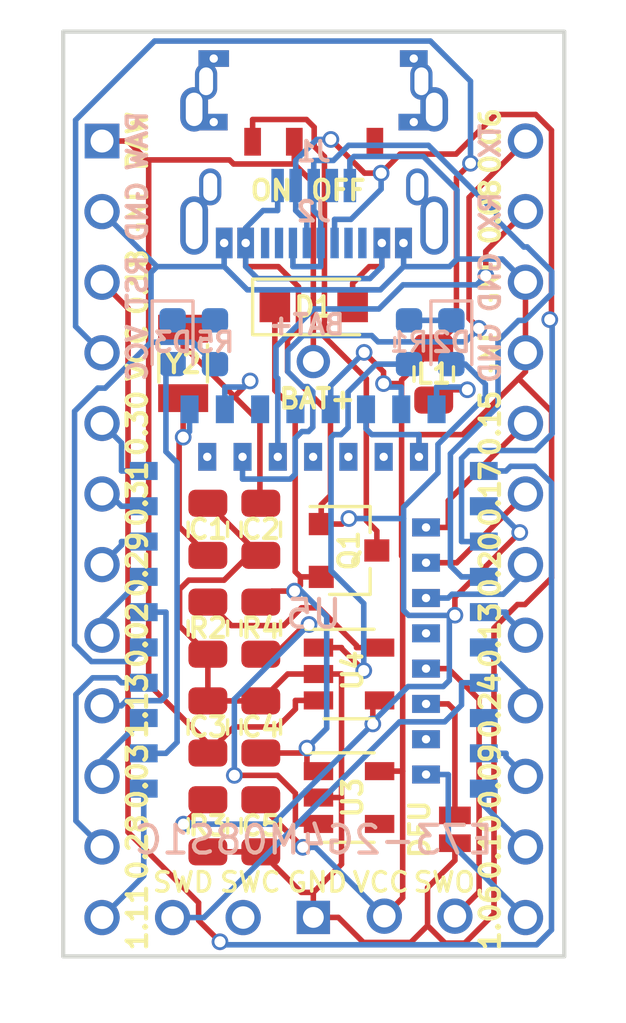
<source format=kicad_pcb>
(kicad_pcb (version 20171130) (host pcbnew "(5.0.2)-1")

  (general
    (thickness 1.6)
    (drawings 6)
    (tracks 447)
    (zones 0)
    (modules 26)
    (nets 59)
  )

  (page A4)
  (layers
    (0 F.Cu signal)
    (31 B.Cu signal)
    (32 B.Adhes user)
    (33 F.Adhes user)
    (34 B.Paste user)
    (35 F.Paste user)
    (36 B.SilkS user)
    (37 F.SilkS user)
    (38 B.Mask user)
    (39 F.Mask user)
    (40 Dwgs.User user)
    (41 Cmts.User user)
    (42 Eco1.User user)
    (43 Eco2.User user)
    (44 Edge.Cuts user)
    (45 Margin user)
    (46 B.CrtYd user)
    (47 F.CrtYd user)
    (48 B.Fab user)
    (49 F.Fab user)
  )

  (setup
    (last_trace_width 0.2)
    (user_trace_width 0.2)
    (user_trace_width 0.5)
    (trace_clearance 0.2)
    (zone_clearance 0.508)
    (zone_45_only yes)
    (trace_min 0.2)
    (segment_width 0.2)
    (edge_width 0.15)
    (via_size 0.6)
    (via_drill 0.4)
    (via_min_size 0.4)
    (via_min_drill 0.3)
    (uvia_size 0.3)
    (uvia_drill 0.1)
    (uvias_allowed no)
    (uvia_min_size 0.2)
    (uvia_min_drill 0.1)
    (pcb_text_width 0.3)
    (pcb_text_size 1.5 1.5)
    (mod_edge_width 0.15)
    (mod_text_size 1 1)
    (mod_text_width 0.15)
    (pad_size 3.25 3.25)
    (pad_drill 0)
    (pad_to_mask_clearance 0.2)
    (solder_mask_min_width 0.25)
    (aux_axis_origin 0 0)
    (grid_origin 96.181533 140.292775)
    (visible_elements 7FFFFFFF)
    (pcbplotparams
      (layerselection 0x010fc_ffffffff)
      (usegerberextensions false)
      (usegerberattributes false)
      (usegerberadvancedattributes false)
      (creategerberjobfile false)
      (excludeedgelayer true)
      (linewidth 0.100000)
      (plotframeref false)
      (viasonmask false)
      (mode 1)
      (useauxorigin false)
      (hpglpennumber 1)
      (hpglpenspeed 20)
      (hpglpendiameter 15.000000)
      (psnegative false)
      (psa4output false)
      (plotreference true)
      (plotvalue true)
      (plotinvisibletext false)
      (padsonsilk false)
      (subtractmaskfromsilk false)
      (outputformat 1)
      (mirror false)
      (drillshape 0)
      (scaleselection 1)
      (outputdirectory "gerber_fab/"))
  )

  (net 0 "")
  (net 1 GND)
  (net 2 "Net-(C1-Pad1)")
  (net 3 VCC)
  (net 4 SWDIO)
  (net 5 RESET)
  (net 6 SWDCLK)
  (net 7 RXD)
  (net 8 TXD)
  (net 9 /P0.05)
  (net 10 /P0.04)
  (net 11 /P0.02)
  (net 12 /P0.29)
  (net 13 /P0.30)
  (net 14 "Net-(J1-Pad6)")
  (net 15 /P0.31)
  (net 16 SWO)
  (net 17 /P0.10)
  (net 18 /P0.09)
  (net 19 "Net-(U3-Pad4)")
  (net 20 "Net-(J1-Pad4)")
  (net 21 SWCLK)
  (net 22 VBUS)
  (net 23 "Net-(C2-Pad2)")
  (net 24 "Net-(L1-Pad1)")
  (net 25 VBAT)
  (net 26 DATA+)
  (net 27 DATA-)
  (net 28 /P1.13)
  (net 29 /P1.11)
  (net 30 /P1.09)
  (net 31 /P0.20)
  (net 32 /P1.04)
  (net 33 /P1.06)
  (net 34 /P0.012)
  (net 35 /P0.07)
  (net 36 /P0.26)
  (net 37 /P0.13)
  (net 38 "Net-(SW1-Pad1)")
  (net 39 /P0.15)
  (net 40 "Net-(J2-PadB8)")
  (net 41 "Net-(J2-PadA5)")
  (net 42 "Net-(J2-PadA8)")
  (net 43 "Net-(J2-PadB5)")
  (net 44 "Net-(J2-PadS1)")
  (net 45 "Net-(R1-Pad2)")
  (net 46 "Net-(R2-Pad1)")
  (net 47 "Net-(C4-Pad1)")
  (net 48 "Net-(R4-Pad2)")
  (net 49 "Net-(D2-Pad1)")
  (net 50 /P0.17)
  (net 51 DFU)
  (net 52 /P0.22)
  (net 53 /P0.24)
  (net 54 BLUE_LED)
  (net 55 "Net-(D3-Pad1)")
  (net 56 /P0.03)
  (net 57 /P0.28)
  (net 58 "Net-(Q1-Pad3)")

  (net_class Default "This is the default net class."
    (clearance 0.2)
    (trace_width 0.2)
    (via_dia 0.6)
    (via_drill 0.4)
    (uvia_dia 0.3)
    (uvia_drill 0.1)
    (add_net /P0.012)
    (add_net /P0.02)
    (add_net /P0.03)
    (add_net /P0.04)
    (add_net /P0.05)
    (add_net /P0.07)
    (add_net /P0.09)
    (add_net /P0.10)
    (add_net /P0.13)
    (add_net /P0.15)
    (add_net /P0.17)
    (add_net /P0.20)
    (add_net /P0.22)
    (add_net /P0.24)
    (add_net /P0.26)
    (add_net /P0.28)
    (add_net /P0.29)
    (add_net /P0.30)
    (add_net /P0.31)
    (add_net /P1.04)
    (add_net /P1.06)
    (add_net /P1.09)
    (add_net /P1.11)
    (add_net /P1.13)
    (add_net BLUE_LED)
    (add_net DATA+)
    (add_net DATA-)
    (add_net DFU)
    (add_net GND)
    (add_net "Net-(C1-Pad1)")
    (add_net "Net-(C2-Pad2)")
    (add_net "Net-(C4-Pad1)")
    (add_net "Net-(D2-Pad1)")
    (add_net "Net-(D3-Pad1)")
    (add_net "Net-(J1-Pad4)")
    (add_net "Net-(J1-Pad6)")
    (add_net "Net-(J2-PadA5)")
    (add_net "Net-(J2-PadA8)")
    (add_net "Net-(J2-PadB5)")
    (add_net "Net-(J2-PadB8)")
    (add_net "Net-(J2-PadS1)")
    (add_net "Net-(L1-Pad1)")
    (add_net "Net-(Q1-Pad3)")
    (add_net "Net-(R1-Pad2)")
    (add_net "Net-(R2-Pad1)")
    (add_net "Net-(R4-Pad2)")
    (add_net "Net-(SW1-Pad1)")
    (add_net "Net-(U3-Pad4)")
    (add_net RESET)
    (add_net RXD)
    (add_net SWCLK)
    (add_net SWDCLK)
    (add_net SWDIO)
    (add_net SWO)
    (add_net TXD)
    (add_net VBAT)
    (add_net VBUS)
    (add_net VCC)
  )

  (net_class Power ""
    (clearance 0.2)
    (trace_width 0.5)
    (via_dia 0.6)
    (via_drill 0.4)
    (uvia_dia 0.3)
    (uvia_drill 0.1)
  )

  (module nrfmicro:pro_micro (layer F.Cu) (tedit 5C71BA87) (tstamp 5C713BB9)
    (at 103.802 124.799)
    (path /5AC0283B)
    (fp_text reference U2 (at 0.508 -14.732) (layer Eco1.User)
      (effects (font (size 1.27 1.524) (thickness 0.2032)))
    )
    (fp_text value ProMicro (at 0 1.524 -90) (layer Margin) hide
      (effects (font (size 1.27 1.524) (thickness 0.2032)))
    )
    (fp_line (start -6.35 -11.176) (end -8.89 -11.176) (layer Margin) (width 0.381))
    (fp_line (start -6.35 -13.716) (end -6.35 -11.176) (layer Margin) (width 0.381))
    (fp_line (start 8.89 16.764) (end 8.89 -13.716) (layer Margin) (width 0.381))
    (fp_line (start -8.89 16.764) (end 8.89 16.764) (layer Margin) (width 0.381))
    (fp_line (start -8.89 -13.716) (end -8.89 16.764) (layer Margin) (width 0.381))
    (fp_line (start 8.89 -13.716) (end -8.89 -13.716) (layer Margin) (width 0.381))
    (fp_text user RAW (at -6.35 -12.446 270) (layer B.SilkS)
      (effects (font (size 0.7 0.7) (thickness 0.15)) (justify mirror))
    )
    (fp_text user GND (at -6.35 -9.906 90) (layer B.SilkS)
      (effects (font (size 0.7 0.7) (thickness 0.15)) (justify mirror))
    )
    (fp_text user RST (at -6.35 -7.366 90) (layer B.SilkS)
      (effects (font (size 0.7 0.7) (thickness 0.15)) (justify mirror))
    )
    (fp_text user VCC (at -6.35 -4.826 90) (layer B.SilkS)
      (effects (font (size 0.7 0.7) (thickness 0.15)) (justify mirror))
    )
    (fp_text user F4 (at -6.096 -2.286) (layer Margin)
      (effects (font (size 0.7 0.7) (thickness 0.15)))
    )
    (fp_text user F5 (at -6.096 0.254) (layer Margin)
      (effects (font (size 0.7 0.7) (thickness 0.15)))
    )
    (fp_text user F7 (at -6.096 5.334) (layer Margin)
      (effects (font (size 0.7 0.7) (thickness 0.15)))
    )
    (fp_text user F6 (at -6.096 2.794) (layer Margin)
      (effects (font (size 0.7 0.7) (thickness 0.15)))
    )
    (fp_text user B1 (at -6.096 7.874) (layer Margin)
      (effects (font (size 0.7 0.7) (thickness 0.15)))
    )
    (fp_text user B3 (at -6.096 10.414) (layer Margin)
      (effects (font (size 0.7 0.7) (thickness 0.15)))
    )
    (fp_text user B2 (at -6.096 12.954) (layer Margin)
      (effects (font (size 0.7 0.7) (thickness 0.15)))
    )
    (fp_text user B6 (at -6.096 15.494) (layer Margin)
      (effects (font (size 0.7 0.7) (thickness 0.15)))
    )
    (fp_text user 0.06 (at 6.35 -12.446 90) (layer F.SilkS)
      (effects (font (size 0.7 0.7) (thickness 0.15)))
    )
    (fp_text user 0.08 (at 6.35 -9.906 90) (layer F.SilkS)
      (effects (font (size 0.7 0.7) (thickness 0.15)))
    )
    (fp_text user GND (at 6.35 -7.366 90) (layer F.SilkS)
      (effects (font (size 0.7 0.7) (thickness 0.15)))
    )
    (fp_text user GND (at 6.35 -4.826 90) (layer F.SilkS)
      (effects (font (size 0.7 0.7) (thickness 0.15)))
    )
    (fp_text user 0.15 (at 6.35 -2.286 90) (layer F.SilkS)
      (effects (font (size 0.7 0.7) (thickness 0.15)))
    )
    (fp_text user 0.17 (at 6.35 0.254 90) (layer F.SilkS)
      (effects (font (size 0.7 0.7) (thickness 0.15)))
    )
    (fp_text user 0.20 (at 6.35 2.794 90) (layer F.SilkS)
      (effects (font (size 0.7 0.7) (thickness 0.15)))
    )
    (fp_text user 0.13 (at 6.35 5.334 90) (layer F.SilkS)
      (effects (font (size 0.7 0.7) (thickness 0.15)))
    )
    (fp_text user 0.24 (at 6.35 7.874 90) (layer F.SilkS)
      (effects (font (size 0.7 0.7) (thickness 0.15)))
    )
    (fp_text user 0.09 (at 6.35 10.414 90) (layer F.SilkS)
      (effects (font (size 0.7 0.7) (thickness 0.15)))
    )
    (fp_text user 0.10 (at 6.35 12.954 90) (layer F.SilkS)
      (effects (font (size 0.7 0.7) (thickness 0.15)))
    )
    (fp_text user 1.06 (at 6.35 15.494 90) (layer F.SilkS)
      (effects (font (size 0.7 0.7) (thickness 0.15)))
    )
    (fp_text user B5 (at 6.096 15.494) (layer Margin)
      (effects (font (size 0.7 0.7) (thickness 0.15)))
    )
    (fp_text user B4 (at 6.096 12.954) (layer Margin)
      (effects (font (size 0.7 0.7) (thickness 0.15)))
    )
    (fp_text user E6 (at 6.096 10.414) (layer Margin)
      (effects (font (size 0.7 0.7) (thickness 0.15)))
    )
    (fp_text user D7 (at 6.096 7.874) (layer Margin)
      (effects (font (size 0.7 0.7) (thickness 0.15)))
    )
    (fp_text user C6 (at 6.096 5.334) (layer Margin)
      (effects (font (size 0.7 0.7) (thickness 0.15)))
    )
    (fp_text user D4 (at 6.096 2.794) (layer Margin)
      (effects (font (size 0.7 0.7) (thickness 0.15)))
    )
    (fp_text user D0 (at 6.096 0.254) (layer Margin)
      (effects (font (size 0.7 0.7) (thickness 0.15)))
    )
    (fp_text user D1 (at 6.096 -2.286) (layer Margin)
      (effects (font (size 0.7 0.7) (thickness 0.15)))
    )
    (fp_text user GND (at 6.35 -4.826 90) (layer B.SilkS)
      (effects (font (size 0.7 0.7) (thickness 0.15)) (justify mirror))
    )
    (fp_text user GND (at 6.35 -7.366 90) (layer B.SilkS)
      (effects (font (size 0.7 0.7) (thickness 0.15)) (justify mirror))
    )
    (fp_text user RX (at 6.35 -9.906 90) (layer B.SilkS)
      (effects (font (size 0.7 0.7) (thickness 0.15)) (justify mirror))
    )
    (fp_text user TX (at 6.35 -12.446 270) (layer B.SilkS)
      (effects (font (size 0.7 0.7) (thickness 0.15)) (justify mirror))
    )
    (fp_text user 1.11 (at -6.35 15.494 90) (layer F.SilkS)
      (effects (font (size 0.7 0.7) (thickness 0.15)))
    )
    (fp_text user 0.28 (at -6.35 12.954 90) (layer F.SilkS)
      (effects (font (size 0.7 0.7) (thickness 0.15)))
    )
    (fp_text user 0.03 (at -6.35 10.414 90) (layer F.SilkS)
      (effects (font (size 0.7 0.7) (thickness 0.15)))
    )
    (fp_text user 1.13 (at -6.35 7.874 90) (layer F.SilkS)
      (effects (font (size 0.7 0.7) (thickness 0.15)))
    )
    (fp_text user 0.29 (at -6.35 2.794 90) (layer F.SilkS)
      (effects (font (size 0.7 0.7) (thickness 0.15)))
    )
    (fp_text user 0.02 (at -6.35 5.334 90) (layer F.SilkS)
      (effects (font (size 0.7 0.7) (thickness 0.15)))
    )
    (fp_text user 0.31 (at -6.35 0.254 90) (layer F.SilkS)
      (effects (font (size 0.7 0.7) (thickness 0.15)))
    )
    (fp_text user 0.30 (at -6.35 -2.286 90) (layer F.SilkS)
      (effects (font (size 0.7 0.7) (thickness 0.15)))
    )
    (fp_text user VCC (at -6.35 -4.826 270) (layer F.SilkS)
      (effects (font (size 0.7 0.7) (thickness 0.15)))
    )
    (fp_text user 0.18 (at -6.35 -7.366 90) (layer F.SilkS)
      (effects (font (size 0.7 0.7) (thickness 0.15)))
    )
    (fp_text user GND (at -6.35 -9.906 90) (layer F.SilkS)
      (effects (font (size 0.7 0.7) (thickness 0.15)))
    )
    (fp_text user RAW (at -6.35 -12.446 90) (layer F.SilkS)
      (effects (font (size 0.7 0.7) (thickness 0.15)))
    )
    (fp_line (start 8.89 -13.716) (end -8.89 -13.716) (layer Margin) (width 0.381))
    (fp_line (start -8.89 -13.716) (end -8.89 16.764) (layer Margin) (width 0.381))
    (fp_line (start -8.89 16.764) (end 8.89 16.764) (layer Margin) (width 0.381))
    (fp_line (start 8.89 16.764) (end 8.89 -13.716) (layer Margin) (width 0.381))
    (fp_line (start -6.35 -13.716) (end -6.35 -11.176) (layer Margin) (width 0.381))
    (fp_line (start -6.35 -11.176) (end -8.89 -11.176) (layer Margin) (width 0.381))
    (pad 1 thru_hole rect (at -7.62 -12.446 270) (size 1.25 1.25) (drill 0.825) (layers *.Cu *.Mask)
      (net 25 VBAT))
    (pad 2 thru_hole circle (at -7.62 -9.906 270) (size 1.27 1.27) (drill 0.825) (layers *.Cu *.Mask)
      (net 1 GND))
    (pad 3 thru_hole circle (at -7.62 -7.366 270) (size 1.27 1.27) (drill 0.825) (layers *.Cu *.Mask)
      (net 5 RESET))
    (pad 4 thru_hole circle (at -7.62 -4.826 270) (size 1.27 1.27) (drill 0.825) (layers *.Cu *.Mask)
      (net 3 VCC))
    (pad 5 thru_hole circle (at -7.62 -2.286 270) (size 1.27 1.27) (drill 0.825) (layers *.Cu *.Mask)
      (net 13 /P0.30))
    (pad 6 thru_hole circle (at -7.62 0.254 270) (size 1.27 1.27) (drill 0.825) (layers *.Cu *.Mask)
      (net 15 /P0.31))
    (pad 7 thru_hole circle (at -7.62 2.794 270) (size 1.27 1.27) (drill 0.825) (layers *.Cu *.Mask)
      (net 12 /P0.29))
    (pad 8 thru_hole circle (at -7.62 5.334 270) (size 1.27 1.27) (drill 0.825) (layers *.Cu *.Mask)
      (net 11 /P0.02))
    (pad 9 thru_hole circle (at -7.62 7.874 270) (size 1.27 1.27) (drill 0.825) (layers *.Cu *.Mask)
      (net 28 /P1.13))
    (pad 10 thru_hole circle (at -7.62 10.414 270) (size 1.27 1.27) (drill 0.825) (layers *.Cu *.Mask)
      (net 56 /P0.03))
    (pad 11 thru_hole circle (at -7.62 12.954 270) (size 1.27 1.27) (drill 0.825) (layers *.Cu *.Mask)
      (net 57 /P0.28))
    (pad 12 thru_hole circle (at -7.62 15.494 270) (size 1.27 1.27) (drill 0.825) (layers *.Cu *.Mask)
      (net 29 /P1.11))
    (pad 24 thru_hole circle (at 7.62 15.494 270) (size 1.27 1.27) (drill 0.825) (layers *.Cu *.Mask)
      (net 33 /P1.06))
    (pad 23 thru_hole circle (at 7.62 12.954 270) (size 1.27 1.27) (drill 0.825) (layers *.Cu *.Mask)
      (net 17 /P0.10))
    (pad 22 thru_hole circle (at 7.62 10.414 270) (size 1.27 1.27) (drill 0.825) (layers *.Cu *.Mask)
      (net 18 /P0.09))
    (pad 21 thru_hole circle (at 7.62 7.874 90) (size 1.27 1.27) (drill 0.825) (layers *.Cu *.Mask)
      (net 53 /P0.24))
    (pad 20 thru_hole circle (at 7.62 5.334 270) (size 1.27 1.27) (drill 0.825) (layers *.Cu *.Mask)
      (net 37 /P0.13))
    (pad 19 thru_hole circle (at 7.62 2.794 270) (size 1.27 1.27) (drill 0.825) (layers *.Cu *.Mask)
      (net 31 /P0.20))
    (pad 18 thru_hole circle (at 7.62 0.254 270) (size 1.27 1.27) (drill 0.825) (layers *.Cu *.Mask)
      (net 50 /P0.17))
    (pad 17 thru_hole circle (at 7.62 -2.286 270) (size 1.27 1.27) (drill 0.825) (layers *.Cu *.Mask)
      (net 39 /P0.15))
    (pad 16 thru_hole circle (at 7.62 -4.826 270) (size 1.27 1.27) (drill 0.825) (layers *.Cu *.Mask)
      (net 1 GND))
    (pad 15 thru_hole circle (at 7.62 -7.366 270) (size 1.27 1.27) (drill 0.825) (layers *.Cu *.Mask)
      (net 1 GND))
    (pad 14 thru_hole circle (at 7.62 -9.906 270) (size 1.27 1.27) (drill 0.825) (layers *.Cu *.Mask)
      (net 7 RXD))
    (pad 13 thru_hole circle (at 7.62 -12.446 270) (size 1.27 1.27) (drill 0.825) (layers *.Cu *.Mask)
      (net 8 TXD))
  )

  (module nrfmicro:E73-2G4M08S1C-52840 (layer B.Cu) (tedit 5C719E12) (tstamp 5C6ECCBA)
    (at 103.802 121.624 270)
    (path /5C7001D3)
    (fp_text reference U5 (at 7.746775 0.000467) (layer B.SilkS)
      (effects (font (size 1 1) (thickness 0.15)) (justify mirror))
    )
    (fp_text value E73-2G4M08S1C-52840 (at 9.778775 0.635467) (layer B.Fab)
      (effects (font (size 1 1) (thickness 0.15)) (justify mirror))
    )
    (fp_line (start -0.127 6.604) (end -0.127 -6.604) (layer B.Fab) (width 0.15))
    (fp_line (start -0.127 -6.604) (end 18.034 -6.604) (layer B.Fab) (width 0.15))
    (fp_line (start 18.034 -6.604) (end 18.034 6.604) (layer B.Fab) (width 0.15))
    (fp_line (start 18.034 6.604) (end -0.127 6.604) (layer B.Fab) (width 0.15))
    (fp_text user E73-2G4M08S1C (at 15.875 0 180) (layer B.SilkS)
      (effects (font (size 1 1) (thickness 0.15)) (justify mirror))
    )
    (pad 28 thru_hole rect (at 4.632 -4.041 270) (size 0.65 1) (drill 0.3) (layers *.Cu *.Mask)
      (net 39 /P0.15))
    (pad 10 smd rect (at 2.6 6.119 270) (size 0.65 1) (layers B.Cu B.Paste B.Mask)
      (net 13 /P0.30))
    (pad 9 smd rect (at 3.87 6.119 270) (size 0.65 1) (layers B.Cu B.Paste B.Mask)
      (net 15 /P0.31))
    (pad 8 smd rect (at 5.14 6.119 270) (size 0.65 1) (layers B.Cu B.Paste B.Mask)
      (net 12 /P0.29))
    (pad 7 smd rect (at 6.41 6.119 270) (size 0.65 1) (layers B.Cu B.Paste B.Mask)
      (net 11 /P0.02))
    (pad 6 smd rect (at 7.68 6.119 270) (size 0.65 1) (layers B.Cu B.Paste B.Mask)
      (net 28 /P1.13))
    (pad 5 smd rect (at 8.95 6.119 270) (size 0.65 1) (layers B.Cu B.Paste B.Mask)
      (net 1 GND))
    (pad 4 smd rect (at 10.22 6.119 270) (size 0.65 1) (layers B.Cu B.Paste B.Mask)
      (net 57 /P0.28))
    (pad 3 smd rect (at 11.49 6.119 270) (size 0.65 1) (layers B.Cu B.Paste B.Mask)
      (net 56 /P0.03))
    (pad 2 smd rect (at 12.76 6.119 270) (size 0.65 1) (layers B.Cu B.Paste B.Mask)
      (net 54 BLUE_LED))
    (pad 1 smd rect (at 14.03 6.119 270) (size 0.65 1) (layers B.Cu B.Paste B.Mask)
      (net 29 /P1.11))
    (pad 31 smd rect (at 6.41 -6.119 270) (size 0.65 1) (layers B.Cu B.Paste B.Mask)
      (net 26 DATA+))
    (pad 43 smd rect (at 14.03 -6.119 270) (size 0.65 1) (layers B.Cu B.Paste B.Mask)
      (net 17 /P0.10))
    (pad 33 smd rect (at 7.68 -6.119 270) (size 0.65 1) (layers B.Cu B.Paste B.Mask)
      (net 37 /P0.13))
    (pad 41 smd rect (at 12.76 -6.119 270) (size 0.65 1) (layers B.Cu B.Paste B.Mask)
      (net 18 /P0.09))
    (pad 39 smd rect (at 11.49 -6.119 270) (size 0.65 1) (layers B.Cu B.Paste B.Mask)
      (net 21 SWCLK))
    (pad 37 smd rect (at 10.22 -6.119 270) (size 0.65 1) (layers B.Cu B.Paste B.Mask)
      (net 4 SWDIO))
    (pad 29 smd rect (at 5.14 -6.119 270) (size 0.65 1) (layers B.Cu B.Paste B.Mask)
      (net 27 DATA-))
    (pad 35 smd rect (at 8.95 -6.119 270) (size 0.65 1) (layers B.Cu B.Paste B.Mask)
      (net 53 /P0.24))
    (pad 27 smd rect (at 3.87 -6.119 270) (size 0.65 1) (layers B.Cu B.Paste B.Mask)
      (net 22 VBUS))
    (pad 26 smd rect (at 2.6 -6.119 270) (size 0.65 1) (layers B.Cu B.Paste B.Mask)
      (net 5 RESET))
    (pad 23 smd rect (at 0.381 -3.15 180) (size 0.65 1) (layers B.Cu B.Paste B.Mask)
      (net 3 VCC))
    (pad 11 smd rect (at 0.381 4.47 180) (size 0.65 1) (layers B.Cu B.Paste B.Mask)
      (net 2 "Net-(C1-Pad1)"))
    (pad 21 smd rect (at 0.381 -1.88 180) (size 0.65 1) (layers B.Cu B.Paste B.Mask)
      (net 1 GND))
    (pad 13 smd rect (at 0.381 3.2 180) (size 0.65 1) (layers B.Cu B.Paste B.Mask)
      (net 23 "Net-(C2-Pad2)"))
    (pad 15 smd rect (at 0.381 1.93 180) (size 0.65 1) (layers B.Cu B.Paste B.Mask)
      (net 9 /P0.05))
    (pad 17 smd rect (at 0.381 0.66 180) (size 0.65 1) (layers B.Cu B.Paste B.Mask)
      (net 30 /P1.09))
    (pad 25 smd rect (at 0.381 -4.42 180) (size 0.65 1) (layers B.Cu B.Paste B.Mask)
      (net 24 "Net-(L1-Pad1)"))
    (pad 19 smd rect (at 0.381 -0.61 180) (size 0.65 1) (layers B.Cu B.Paste B.Mask)
      (net 3 VCC))
    (pad 30 thru_hole rect (at 5.902 -4.041 270) (size 0.65 1) (drill 0.3) (layers *.Cu *.Mask)
      (net 50 /P0.17))
    (pad 32 thru_hole rect (at 7.172 -4.041 270) (size 0.65 1) (drill 0.3) (layers *.Cu *.Mask)
      (net 31 /P0.20))
    (pad 34 thru_hole rect (at 8.442 -4.041 270) (size 0.65 1) (drill 0.3) (layers *.Cu *.Mask)
      (net 52 /P0.22))
    (pad 36 thru_hole rect (at 9.712 -4.041 270) (size 0.65 1) (drill 0.3) (layers *.Cu *.Mask)
      (net 16 SWO))
    (pad 38 thru_hole rect (at 10.982 -4.041 270) (size 0.65 1) (drill 0.3) (layers *.Cu *.Mask)
      (net 51 DFU))
    (pad 40 thru_hole rect (at 12.252 -4.041 270) (size 0.65 1) (drill 0.3) (layers *.Cu *.Mask)
      (net 32 /P1.04))
    (pad 42 thru_hole rect (at 13.522 -4.041 270) (size 0.65 1) (drill 0.3) (layers *.Cu *.Mask)
      (net 33 /P1.06))
    (pad 14 thru_hole rect (at 2.092 2.563 180) (size 0.65 1) (drill 0.3) (layers *.Cu *.Mask)
      (net 8 TXD))
    (pad 12 thru_hole rect (at 2.092 3.833 180) (size 0.65 1) (drill 0.3) (layers *.Cu *.Mask)
      (net 36 /P0.26))
    (pad 20 thru_hole rect (at 2.092 -1.247 180) (size 0.65 1) (drill 0.3) (layers *.Cu *.Mask)
      (net 34 /P0.012))
    (pad 16 thru_hole rect (at 2.092 1.293 180) (size 0.65 1) (drill 0.3) (layers *.Cu *.Mask)
      (net 7 RXD))
    (pad 22 thru_hole rect (at 2.092 -2.517 180) (size 0.65 1) (drill 0.3) (layers *.Cu *.Mask)
      (net 35 /P0.07))
    (pad 24 thru_hole rect (at 2.092 -3.787 180) (size 0.65 1) (drill 0.3) (layers *.Cu *.Mask)
      (net 1 GND))
    (pad 18 thru_hole rect (at 2.092 0.023 180) (size 0.65 1) (drill 0.3) (layers *.Cu *.Mask)
      (net 10 /P0.04))
  )

  (module nrfmicro:jumper (layer F.Cu) (tedit 5C718FFB) (tstamp 5C735423)
    (at 108.882 137.118 180)
    (path /5C72844F)
    (attr smd)
    (fp_text reference JP1 (at 0 -1.524 180) (layer F.SilkS) hide
      (effects (font (size 0.7 0.7) (thickness 0.1)))
    )
    (fp_text value SolderJumper_2_Open (at 0 -1.389 180) (layer F.SilkS) hide
      (effects (font (size 0.7 0.7) (thickness 0.1)))
    )
    (fp_text user DFU (at 1.27 0 270) (layer F.SilkS)
      (effects (font (size 0.7 0.7) (thickness 0.15)))
    )
    (pad 1 smd rect (at 0 0.5 270) (size 0.635 1.143) (layers F.Cu F.Paste F.Mask)
      (net 51 DFU) (clearance 0.1905))
    (pad 2 smd rect (at 0 -0.5 270) (size 0.635 1.143) (layers F.Cu F.Paste F.Mask)
      (net 1 GND) (clearance 0.1905))
    (model smd\resistors\R0603.wrl
      (offset (xyz 0 0 0.02539999961853028))
      (scale (xyz 0.5 0.5 0.5))
      (rotate (xyz 0 0 0))
    )
  )

  (module Resistor_SMD:R_0603_1608Metric (layer B.Cu) (tedit 5C7194C5) (tstamp 5C72F6FA)
    (at 100.246 119.592 270)
    (descr "Resistor SMD 0603 (1608 Metric), square (rectangular) end terminal, IPC_7351 nominal, (Body size source: http://www.tortai-tech.com/upload/download/2011102023233369053.pdf), generated with kicad-footprint-generator")
    (tags resistor)
    (path /5C73A719)
    (attr smd)
    (fp_text reference R5 (at 0 0) (layer B.SilkS)
      (effects (font (size 0.7 0.7) (thickness 0.15)) (justify mirror))
    )
    (fp_text value 1K (at 0 -1.43 270) (layer B.Fab)
      (effects (font (size 1 1) (thickness 0.15)) (justify mirror))
    )
    (fp_line (start -0.8 -0.4) (end -0.8 0.4) (layer B.Fab) (width 0.1))
    (fp_line (start -0.8 0.4) (end 0.8 0.4) (layer B.Fab) (width 0.1))
    (fp_line (start 0.8 0.4) (end 0.8 -0.4) (layer B.Fab) (width 0.1))
    (fp_line (start 0.8 -0.4) (end -0.8 -0.4) (layer B.Fab) (width 0.1))
    (fp_line (start -0.162779 0.51) (end 0.162779 0.51) (layer B.SilkS) (width 0.12))
    (fp_line (start -0.162779 -0.51) (end 0.162779 -0.51) (layer B.SilkS) (width 0.12))
    (fp_line (start -1.48 -0.73) (end -1.48 0.73) (layer B.CrtYd) (width 0.05))
    (fp_line (start -1.48 0.73) (end 1.48 0.73) (layer B.CrtYd) (width 0.05))
    (fp_line (start 1.48 0.73) (end 1.48 -0.73) (layer B.CrtYd) (width 0.05))
    (fp_line (start 1.48 -0.73) (end -1.48 -0.73) (layer B.CrtYd) (width 0.05))
    (fp_text user %R (at 0 0 270) (layer B.Fab)
      (effects (font (size 0.4 0.4) (thickness 0.06)) (justify mirror))
    )
    (pad 1 smd roundrect (at -0.7875 0 270) (size 0.875 0.95) (layers B.Cu B.Paste B.Mask) (roundrect_rratio 0.25)
      (net 55 "Net-(D3-Pad1)"))
    (pad 2 smd roundrect (at 0.7875 0 270) (size 0.875 0.95) (layers B.Cu B.Paste B.Mask) (roundrect_rratio 0.25)
      (net 1 GND))
    (model ${KISYS3DMOD}/Resistor_SMD.3dshapes/R_0603_1608Metric.wrl
      (at (xyz 0 0 0))
      (scale (xyz 1 1 1))
      (rotate (xyz 0 0 0))
    )
  )

  (module nrfmicro:connector_swd (layer F.Cu) (tedit 5C719010) (tstamp 5C710B5B)
    (at 103.802 140.293)
    (path /5AC0089B)
    (fp_text reference J3 (at 0 -1.778) (layer F.Fab)
      (effects (font (size 1 1) (thickness 0.15)))
    )
    (fp_text value "Serial Connector" (at 0 -3.937) (layer F.Fab)
      (effects (font (size 1 1) (thickness 0.15)))
    )
    (fp_text user GND (at 0.127 -1.27) (layer F.SilkS)
      (effects (font (size 0.7 0.7) (thickness 0.125)))
    )
    (fp_text user SWD (at -4.699 -1.27 180) (layer F.SilkS)
      (effects (font (size 0.7 0.7) (thickness 0.125)))
    )
    (fp_text user SWC (at -2.286 -1.27 180) (layer F.SilkS)
      (effects (font (size 0.7 0.7) (thickness 0.125)))
    )
    (fp_text user VCC (at 2.413 -1.27) (layer F.SilkS)
      (effects (font (size 0.7 0.7) (thickness 0.125)))
    )
    (fp_text user SWO (at 4.699 -1.27) (layer F.SilkS)
      (effects (font (size 0.7 0.7) (thickness 0.125)))
    )
    (pad 4 thru_hole circle (at 5.08 -0.05) (size 1.27 1.27) (drill 0.81) (layers *.Cu *.Mask)
      (net 16 SWO))
    (pad 3 thru_hole circle (at 2.54 -0.05) (size 1.27 1.27) (drill 0.81) (layers *.Cu *.Mask)
      (net 3 VCC))
    (pad 2 thru_hole circle (at -2.54 0) (size 1.27 1.27) (drill 0.81) (layers *.Cu *.Mask)
      (net 6 SWDCLK))
    (pad 1 thru_hole circle (at -5.08 0) (size 1.27 1.27) (drill 0.81) (layers *.Cu *.Mask)
      (net 4 SWDIO))
  )

  (module Resistor_SMD:R_0805_2012Metric (layer F.Cu) (tedit 5C7182B6) (tstamp 5C71D881)
    (at 99.9915 136.991 270)
    (descr "Resistor SMD 0805 (2012 Metric), square (rectangular) end terminal, IPC_7351 nominal, (Body size source: https://docs.google.com/spreadsheets/d/1BsfQQcO9C6DZCsRaXUlFlo91Tg2WpOkGARC1WS5S8t0/edit?usp=sharing), generated with kicad-footprint-generator")
    (tags resistor)
    (path /5B159927)
    (attr smd)
    (fp_text reference R3 (at 0 0) (layer F.SilkS)
      (effects (font (size 0.7 0.7) (thickness 0.15)))
    )
    (fp_text value 100K (at 0 1.65 270) (layer F.Fab)
      (effects (font (size 1 1) (thickness 0.15)))
    )
    (fp_line (start -1 0.6) (end -1 -0.6) (layer F.Fab) (width 0.1))
    (fp_line (start -1 -0.6) (end 1 -0.6) (layer F.Fab) (width 0.1))
    (fp_line (start 1 -0.6) (end 1 0.6) (layer F.Fab) (width 0.1))
    (fp_line (start 1 0.6) (end -1 0.6) (layer F.Fab) (width 0.1))
    (fp_line (start -0.258578 -0.71) (end 0.258578 -0.71) (layer F.SilkS) (width 0.12))
    (fp_line (start -0.258578 0.71) (end 0.258578 0.71) (layer F.SilkS) (width 0.12))
    (fp_line (start -1.68 0.95) (end -1.68 -0.95) (layer F.CrtYd) (width 0.05))
    (fp_line (start -1.68 -0.95) (end 1.68 -0.95) (layer F.CrtYd) (width 0.05))
    (fp_line (start 1.68 -0.95) (end 1.68 0.95) (layer F.CrtYd) (width 0.05))
    (fp_line (start 1.68 0.95) (end -1.68 0.95) (layer F.CrtYd) (width 0.05))
    (fp_text user %R (at 0 0 270) (layer F.Fab)
      (effects (font (size 0.5 0.5) (thickness 0.08)))
    )
    (pad 1 smd roundrect (at -0.9375 0 270) (size 0.975 1.4) (layers F.Cu F.Paste F.Mask) (roundrect_rratio 0.25)
      (net 22 VBUS))
    (pad 2 smd roundrect (at 0.9375 0 270) (size 0.975 1.4) (layers F.Cu F.Paste F.Mask) (roundrect_rratio 0.25)
      (net 1 GND))
    (model ${KISYS3DMOD}/Resistor_SMD.3dshapes/R_0805_2012Metric.wrl
      (at (xyz 0 0 0))
      (scale (xyz 1 1 1))
      (rotate (xyz 0 0 0))
    )
  )

  (module Resistor_SMD:R_0603_1608Metric (layer B.Cu) (tedit 5C71950E) (tstamp 5C71BCBF)
    (at 107.231 119.592 270)
    (descr "Resistor SMD 0603 (1608 Metric), square (rectangular) end terminal, IPC_7351 nominal, (Body size source: http://www.tortai-tech.com/upload/download/2011102023233369053.pdf), generated with kicad-footprint-generator")
    (tags resistor)
    (path /5C7015F9)
    (attr smd)
    (fp_text reference R1 (at 0 0) (layer B.SilkS)
      (effects (font (size 0.7 0.7) (thickness 0.125)) (justify mirror))
    )
    (fp_text value 1K (at 0 -1.43 270) (layer B.Fab)
      (effects (font (size 1 1) (thickness 0.15)) (justify mirror))
    )
    (fp_line (start -0.8 -0.4) (end -0.8 0.4) (layer B.Fab) (width 0.1))
    (fp_line (start -0.8 0.4) (end 0.8 0.4) (layer B.Fab) (width 0.1))
    (fp_line (start 0.8 0.4) (end 0.8 -0.4) (layer B.Fab) (width 0.1))
    (fp_line (start 0.8 -0.4) (end -0.8 -0.4) (layer B.Fab) (width 0.1))
    (fp_line (start -0.162779 0.51) (end 0.162779 0.51) (layer B.SilkS) (width 0.12))
    (fp_line (start -0.162779 -0.51) (end 0.162779 -0.51) (layer B.SilkS) (width 0.12))
    (fp_line (start -1.48 -0.73) (end -1.48 0.73) (layer B.CrtYd) (width 0.05))
    (fp_line (start -1.48 0.73) (end 1.48 0.73) (layer B.CrtYd) (width 0.05))
    (fp_line (start 1.48 0.73) (end 1.48 -0.73) (layer B.CrtYd) (width 0.05))
    (fp_line (start 1.48 -0.73) (end -1.48 -0.73) (layer B.CrtYd) (width 0.05))
    (fp_text user %R (at 0 0 270) (layer B.Fab)
      (effects (font (size 0.4 0.4) (thickness 0.06)) (justify mirror))
    )
    (pad 1 smd roundrect (at -0.7875 0 270) (size 0.875 0.95) (layers B.Cu B.Paste B.Mask) (roundrect_rratio 0.25)
      (net 49 "Net-(D2-Pad1)"))
    (pad 2 smd roundrect (at 0.7875 0 270) (size 0.875 0.95) (layers B.Cu B.Paste B.Mask) (roundrect_rratio 0.25)
      (net 45 "Net-(R1-Pad2)"))
    (model ${KISYS3DMOD}/Resistor_SMD.3dshapes/R_0603_1608Metric.wrl
      (at (xyz 0 0 0))
      (scale (xyz 1 1 1))
      (rotate (xyz 0 0 0))
    )
  )

  (module LED_SMD:LED_0603_1608Metric (layer B.Cu) (tedit 5C7181F8) (tstamp 5C71A0D8)
    (at 98.7215 119.592 270)
    (descr "LED SMD 0603 (1608 Metric), square (rectangular) end terminal, IPC_7351 nominal, (Body size source: http://www.tortai-tech.com/upload/download/2011102023233369053.pdf), generated with kicad-footprint-generator")
    (tags diode)
    (path /5C7545DA)
    (attr smd)
    (fp_text reference D3 (at 0 0) (layer B.SilkS)
      (effects (font (size 0.7 0.7) (thickness 0.15)) (justify mirror))
    )
    (fp_text value LED (at 0 -1.43 270) (layer B.Fab)
      (effects (font (size 1 1) (thickness 0.15)) (justify mirror))
    )
    (fp_line (start 0.8 0.4) (end -0.5 0.4) (layer B.Fab) (width 0.1))
    (fp_line (start -0.5 0.4) (end -0.8 0.1) (layer B.Fab) (width 0.1))
    (fp_line (start -0.8 0.1) (end -0.8 -0.4) (layer B.Fab) (width 0.1))
    (fp_line (start -0.8 -0.4) (end 0.8 -0.4) (layer B.Fab) (width 0.1))
    (fp_line (start 0.8 -0.4) (end 0.8 0.4) (layer B.Fab) (width 0.1))
    (fp_line (start 0.8 0.735) (end -1.485 0.735) (layer B.SilkS) (width 0.12))
    (fp_line (start -1.485 0.735) (end -1.485 -0.735) (layer B.SilkS) (width 0.12))
    (fp_line (start -1.485 -0.735) (end 0.8 -0.735) (layer B.SilkS) (width 0.12))
    (fp_line (start -1.48 -0.73) (end -1.48 0.73) (layer B.CrtYd) (width 0.05))
    (fp_line (start -1.48 0.73) (end 1.48 0.73) (layer B.CrtYd) (width 0.05))
    (fp_line (start 1.48 0.73) (end 1.48 -0.73) (layer B.CrtYd) (width 0.05))
    (fp_line (start 1.48 -0.73) (end -1.48 -0.73) (layer B.CrtYd) (width 0.05))
    (fp_text user %R (at 0 0 270) (layer B.Fab)
      (effects (font (size 0.4 0.4) (thickness 0.06)) (justify mirror))
    )
    (pad 1 smd roundrect (at -0.7875 0 270) (size 0.875 0.95) (layers B.Cu B.Paste B.Mask) (roundrect_rratio 0.25)
      (net 55 "Net-(D3-Pad1)"))
    (pad 2 smd roundrect (at 0.7875 0 270) (size 0.875 0.95) (layers B.Cu B.Paste B.Mask) (roundrect_rratio 0.25)
      (net 54 BLUE_LED))
    (model ${KISYS3DMOD}/LED_SMD.3dshapes/LED_0603_1608Metric.wrl
      (at (xyz 0 0 0))
      (scale (xyz 1 1 1))
      (rotate (xyz 0 0 0))
    )
  )

  (module nrfmicro:battery_holder_bs-7 (layer B.Cu) (tedit 5C70ECE1) (tstamp 5C710B66)
    (at 103.802 132.927 180)
    (descr http://www.memoryprotectiondevices.com/datasheets/BS-7-datasheet.pdf)
    (path /5B15B915)
    (fp_text reference J4 (at 0.015129 -0.635) (layer Dwgs.User)
      (effects (font (size 1 1) (thickness 0.15)))
    )
    (fp_text value Conn_01x02 (at 0.015129 -3.175) (layer B.Fab)
      (effects (font (size 1 1) (thickness 0.15)) (justify mirror))
    )
    (fp_text user BAT+ (at -0.126533 11.303225 180) (layer F.SilkS)
      (effects (font (size 0.7 0.7) (thickness 0.15)))
    )
    (fp_text user BAT+ (at 0.254467 13.970225 180) (layer B.SilkS)
      (effects (font (size 0.7 0.7) (thickness 0.15)) (justify mirror))
    )
    (fp_circle (center 0.015129 0.106825) (end 0.015129 -11.069175) (layer B.Fab) (width 0.1))
    (fp_circle (center 0.015129 0.106825) (end 0.015129 11.333625) (layer Dwgs.User) (width 0.1))
    (fp_text user REF*** (at 0 1.905) (layer B.Fab)
      (effects (font (size 1 1) (thickness 0.15)) (justify mirror))
    )
    (fp_line (start -3.794871 10.622425) (end -3.794871 13.314825) (layer B.Fab) (width 0.1))
    (fp_line (start 3.825129 10.622425) (end 3.825129 13.314825) (layer B.Fab) (width 0.1))
    (fp_line (start -3.794871 13.314825) (end 3.825129 13.314825) (layer B.Fab) (width 0.1))
    (fp_circle (center 0.015129 0.139225) (end 0.015129 10.139225) (layer B.Fab) (width 0.15))
    (pad 1 thru_hole circle (at 0.015129 12.639225 90) (size 1.2 1.2) (drill 0.75) (layers *.Cu *.Mask)
      (net 25 VBAT))
    (pad 2 thru_hole rect (at 0.015129 -7.360775 90) (size 1.2 1.2) (drill 0.75) (layers *.Cu *.Mask)
      (net 1 GND))
  )

  (module nrfmicro:usb_type_c (layer B.Cu) (tedit 5C70E979) (tstamp 5C710A23)
    (at 103.802 108.543 180)
    (path /5C71F6FD)
    (fp_text reference J2 (at 0 -6.35) (layer B.SilkS)
      (effects (font (size 0.7 0.7) (thickness 0.15)) (justify mirror))
    )
    (fp_text value USB_C_Receptacle_USB2.0 (at 0.03 -4.40002) (layer B.Fab)
      (effects (font (size 1 1) (thickness 0.15)) (justify mirror))
    )
    (fp_line (start 4.318 -8.188) (end -4.318 -8.188) (layer B.Fab) (width 0.15))
    (fp_line (start 4.318 0) (end -4.318 0) (layer B.Fab) (width 0.15))
    (fp_line (start 4.318 0) (end 4.318 -8.188) (layer B.Fab) (width 0.15))
    (fp_line (start -4.318 0) (end -4.318 -8.188) (layer B.Fab) (width 0.15))
    (fp_text user "PCB edge" (at 0.00696 0.01998) (layer B.Fab)
      (effects (font (size 0.5 0.5) (thickness 0.125)) (justify mirror))
    )
    (pad A1 thru_hole rect (at 3.225 -7.477838) (size 0.6 1.1) (drill 0.3) (layers *.Cu *.Mask)
      (net 1 GND))
    (pad A12 thru_hole rect (at -3.225 -7.477838) (size 0.6 1.1) (drill 0.3) (layers *.Cu *.Mask)
      (net 1 GND))
    (pad B12 thru_hole rect (at 3.225 -7.477838) (size 0.6 1.1) (drill 0.3) (layers *.Cu *.Mask)
      (net 1 GND))
    (pad A9 thru_hole rect (at -2.45 -7.477838) (size 0.6 1.1) (drill 0.3) (layers *.Cu *.Mask)
      (net 22 VBUS))
    (pad B9 thru_hole rect (at 2.45 -7.477838) (size 0.6 1.1) (drill 0.3) (layers *.Cu *.Mask)
      (net 22 VBUS))
    (pad B4 thru_hole rect (at -2.45 -7.477838) (size 0.6 1.1) (drill 0.3) (layers *.Cu *.Mask)
      (net 22 VBUS))
    (pad A4 thru_hole rect (at 2.45 -7.477838) (size 0.6 1.1) (drill 0.3) (layers *.Cu *.Mask)
      (net 22 VBUS))
    (pad "" np_thru_hole circle (at -2.921 -6.407) (size 0.6 0.6) (drill oval 0.6) (layers *.Cu *.Mask))
    (pad "" np_thru_hole circle (at 2.921 -6.407) (size 0.6 0.6) (drill oval 0.6) (layers *.Cu *.Mask))
    (pad "" thru_hole oval (at -4.335 -2.67) (size 1 1.6) (drill oval 0.6 1.2) (layers *.Cu *.Mask))
    (pad "" thru_hole oval (at 4.305 -2.67) (size 1 1.6) (drill oval 0.6 1.2) (layers *.Cu *.Mask))
    (pad "" thru_hole oval (at 4.305 -6.85) (size 1 2.1) (drill oval 0.6 1.7) (layers *.Cu *.Mask))
    (pad S1 thru_hole oval (at -4.335 -6.85) (size 1 2.1) (drill oval 0.6 1.7) (layers *.Cu *.Mask)
      (net 44 "Net-(J2-PadS1)"))
    (pad B6 smd rect (at -0.25 -7.478) (size 0.3 1.1) (layers B.Cu B.Paste B.Mask)
      (net 26 DATA+))
    (pad B7 smd rect (at 0.25 -7.478) (size 0.3 1.1) (layers B.Cu B.Paste B.Mask)
      (net 27 DATA-))
    (pad A7 smd rect (at -0.75 -7.478) (size 0.3 1.1) (layers B.Cu B.Paste B.Mask)
      (net 27 DATA-))
    (pad A6 smd rect (at 0.75 -7.478) (size 0.3 1.1) (layers B.Cu B.Paste B.Mask)
      (net 26 DATA+))
    (pad B5 smd rect (at -1.25 -7.478) (size 0.3 1.1) (layers B.Cu B.Paste B.Mask)
      (net 43 "Net-(J2-PadB5)"))
    (pad A8 smd rect (at -1.75 -7.478) (size 0.3 1.1) (layers B.Cu B.Paste B.Mask)
      (net 42 "Net-(J2-PadA8)"))
    (pad A5 smd rect (at 1.75 -7.478) (size 0.3 1.1) (layers B.Cu B.Paste B.Mask)
      (net 41 "Net-(J2-PadA5)"))
    (pad B8 smd rect (at 1.25 -7.478) (size 0.3 1.1) (layers B.Cu B.Paste B.Mask)
      (net 40 "Net-(J2-PadB8)"))
    (pad B1 thru_hole rect (at -3.233721 -7.47808) (size 0.6 1.1) (drill 0.3) (layers *.Cu *.Mask)
      (net 1 GND))
  )

  (module LED_SMD:LED_0603_1608Metric (layer B.Cu) (tedit 5C70E855) (tstamp 5C711F3F)
    (at 108.755 119.592 270)
    (descr "LED SMD 0603 (1608 Metric), square (rectangular) end terminal, IPC_7351 nominal, (Body size source: http://www.tortai-tech.com/upload/download/2011102023233369053.pdf), generated with kicad-footprint-generator")
    (tags diode)
    (path /5C7015F2)
    (attr smd)
    (fp_text reference D2 (at 0 0 180) (layer B.SilkS)
      (effects (font (size 0.7 0.7) (thickness 0.15)) (justify mirror))
    )
    (fp_text value LED (at 0 -1.43 270) (layer B.Fab)
      (effects (font (size 1 1) (thickness 0.15)) (justify mirror))
    )
    (fp_line (start 0.8 0.4) (end -0.5 0.4) (layer B.Fab) (width 0.1))
    (fp_line (start -0.5 0.4) (end -0.8 0.1) (layer B.Fab) (width 0.1))
    (fp_line (start -0.8 0.1) (end -0.8 -0.4) (layer B.Fab) (width 0.1))
    (fp_line (start -0.8 -0.4) (end 0.8 -0.4) (layer B.Fab) (width 0.1))
    (fp_line (start 0.8 -0.4) (end 0.8 0.4) (layer B.Fab) (width 0.1))
    (fp_line (start 0.8 0.735) (end -1.485 0.735) (layer B.SilkS) (width 0.12))
    (fp_line (start -1.485 0.735) (end -1.485 -0.735) (layer B.SilkS) (width 0.12))
    (fp_line (start -1.485 -0.735) (end 0.8 -0.735) (layer B.SilkS) (width 0.12))
    (fp_line (start -1.48 -0.73) (end -1.48 0.73) (layer B.CrtYd) (width 0.05))
    (fp_line (start -1.48 0.73) (end 1.48 0.73) (layer B.CrtYd) (width 0.05))
    (fp_line (start 1.48 0.73) (end 1.48 -0.73) (layer B.CrtYd) (width 0.05))
    (fp_line (start 1.48 -0.73) (end -1.48 -0.73) (layer B.CrtYd) (width 0.05))
    (fp_text user %R (at 0 0 270) (layer B.Fab)
      (effects (font (size 0.4 0.4) (thickness 0.06)) (justify mirror))
    )
    (pad 1 smd roundrect (at -0.7875 0 270) (size 0.875 0.95) (layers B.Cu B.Paste B.Mask) (roundrect_rratio 0.25)
      (net 49 "Net-(D2-Pad1)"))
    (pad 2 smd roundrect (at 0.7875 0 270) (size 0.875 0.95) (layers B.Cu B.Paste B.Mask) (roundrect_rratio 0.25)
      (net 22 VBUS))
    (model ${KISYS3DMOD}/LED_SMD.3dshapes/LED_0603_1608Metric.wrl
      (at (xyz 0 0 0))
      (scale (xyz 1 1 1))
      (rotate (xyz 0 0 0))
    )
  )

  (module Capacitor_SMD:C_0805_2012Metric (layer F.Cu) (tedit 5C70E80D) (tstamp 5C710D23)
    (at 99.9915 133.435 90)
    (descr "Capacitor SMD 0805 (2012 Metric), square (rectangular) end terminal, IPC_7351 nominal, (Body size source: https://docs.google.com/spreadsheets/d/1BsfQQcO9C6DZCsRaXUlFlo91Tg2WpOkGARC1WS5S8t0/edit?usp=sharing), generated with kicad-footprint-generator")
    (tags capacitor)
    (path /5C70161B)
    (attr smd)
    (fp_text reference C3 (at 0 0 180) (layer F.SilkS)
      (effects (font (size 0.7 0.7) (thickness 0.15)))
    )
    (fp_text value 10uF (at 0 1.65 90) (layer F.Fab)
      (effects (font (size 1 1) (thickness 0.15)))
    )
    (fp_text user %R (at 0 0 90) (layer F.Fab)
      (effects (font (size 0.5 0.5) (thickness 0.08)))
    )
    (fp_line (start 1.68 0.95) (end -1.68 0.95) (layer F.CrtYd) (width 0.05))
    (fp_line (start 1.68 -0.95) (end 1.68 0.95) (layer F.CrtYd) (width 0.05))
    (fp_line (start -1.68 -0.95) (end 1.68 -0.95) (layer F.CrtYd) (width 0.05))
    (fp_line (start -1.68 0.95) (end -1.68 -0.95) (layer F.CrtYd) (width 0.05))
    (fp_line (start -0.258578 0.71) (end 0.258578 0.71) (layer F.SilkS) (width 0.12))
    (fp_line (start -0.258578 -0.71) (end 0.258578 -0.71) (layer F.SilkS) (width 0.12))
    (fp_line (start 1 0.6) (end -1 0.6) (layer F.Fab) (width 0.1))
    (fp_line (start 1 -0.6) (end 1 0.6) (layer F.Fab) (width 0.1))
    (fp_line (start -1 -0.6) (end 1 -0.6) (layer F.Fab) (width 0.1))
    (fp_line (start -1 0.6) (end -1 -0.6) (layer F.Fab) (width 0.1))
    (pad 2 smd roundrect (at 0.9375 0 90) (size 0.975 1.4) (layers F.Cu F.Paste F.Mask) (roundrect_rratio 0.25)
      (net 1 GND))
    (pad 1 smd roundrect (at -0.9375 0 90) (size 0.975 1.4) (layers F.Cu F.Paste F.Mask) (roundrect_rratio 0.25)
      (net 25 VBAT))
    (model ${KISYS3DMOD}/Capacitor_SMD.3dshapes/C_0805_2012Metric.wrl
      (at (xyz 0 0 0))
      (scale (xyz 1 1 1))
      (rotate (xyz 0 0 0))
    )
  )

  (module Capacitor_SMD:C_0805_2012Metric (layer F.Cu) (tedit 5C70E806) (tstamp 5C710D12)
    (at 101.897 133.435 90)
    (descr "Capacitor SMD 0805 (2012 Metric), square (rectangular) end terminal, IPC_7351 nominal, (Body size source: https://docs.google.com/spreadsheets/d/1BsfQQcO9C6DZCsRaXUlFlo91Tg2WpOkGARC1WS5S8t0/edit?usp=sharing), generated with kicad-footprint-generator")
    (tags capacitor)
    (path /5B158BD8)
    (attr smd)
    (fp_text reference C4 (at 0 0 180) (layer F.SilkS)
      (effects (font (size 0.7 0.7) (thickness 0.15)))
    )
    (fp_text value 10uF (at 0 1.65 90) (layer F.Fab)
      (effects (font (size 1 1) (thickness 0.15)))
    )
    (fp_line (start -1 0.6) (end -1 -0.6) (layer F.Fab) (width 0.1))
    (fp_line (start -1 -0.6) (end 1 -0.6) (layer F.Fab) (width 0.1))
    (fp_line (start 1 -0.6) (end 1 0.6) (layer F.Fab) (width 0.1))
    (fp_line (start 1 0.6) (end -1 0.6) (layer F.Fab) (width 0.1))
    (fp_line (start -0.258578 -0.71) (end 0.258578 -0.71) (layer F.SilkS) (width 0.12))
    (fp_line (start -0.258578 0.71) (end 0.258578 0.71) (layer F.SilkS) (width 0.12))
    (fp_line (start -1.68 0.95) (end -1.68 -0.95) (layer F.CrtYd) (width 0.05))
    (fp_line (start -1.68 -0.95) (end 1.68 -0.95) (layer F.CrtYd) (width 0.05))
    (fp_line (start 1.68 -0.95) (end 1.68 0.95) (layer F.CrtYd) (width 0.05))
    (fp_line (start 1.68 0.95) (end -1.68 0.95) (layer F.CrtYd) (width 0.05))
    (fp_text user %R (at 0 0 90) (layer F.Fab)
      (effects (font (size 0.5 0.5) (thickness 0.08)))
    )
    (pad 1 smd roundrect (at -0.9375 0 90) (size 0.975 1.4) (layers F.Cu F.Paste F.Mask) (roundrect_rratio 0.25)
      (net 47 "Net-(C4-Pad1)"))
    (pad 2 smd roundrect (at 0.9375 0 90) (size 0.975 1.4) (layers F.Cu F.Paste F.Mask) (roundrect_rratio 0.25)
      (net 1 GND))
    (model ${KISYS3DMOD}/Capacitor_SMD.3dshapes/C_0805_2012Metric.wrl
      (at (xyz 0 0 0))
      (scale (xyz 1 1 1))
      (rotate (xyz 0 0 0))
    )
  )

  (module Package_TO_SOT_SMD:SOT-23 (layer F.Cu) (tedit 5C70E02D) (tstamp 5C70F293)
    (at 105.072 127.085)
    (descr "SOT-23, Standard")
    (tags SOT-23)
    (path /5B1587C5)
    (attr smd)
    (fp_text reference Q1 (at 0 0 270) (layer F.SilkS)
      (effects (font (size 0.7 0.7) (thickness 0.15)))
    )
    (fp_text value DMG2305 (at 0 2.5) (layer F.Fab)
      (effects (font (size 1 1) (thickness 0.15)))
    )
    (fp_text user %R (at 0 0 90) (layer F.Fab)
      (effects (font (size 0.5 0.5) (thickness 0.075)))
    )
    (fp_line (start -0.7 -0.95) (end -0.7 1.5) (layer F.Fab) (width 0.1))
    (fp_line (start -0.15 -1.52) (end 0.7 -1.52) (layer F.Fab) (width 0.1))
    (fp_line (start -0.7 -0.95) (end -0.15 -1.52) (layer F.Fab) (width 0.1))
    (fp_line (start 0.7 -1.52) (end 0.7 1.52) (layer F.Fab) (width 0.1))
    (fp_line (start -0.7 1.52) (end 0.7 1.52) (layer F.Fab) (width 0.1))
    (fp_line (start 0.76 1.58) (end 0.76 0.65) (layer F.SilkS) (width 0.12))
    (fp_line (start 0.76 -1.58) (end 0.76 -0.65) (layer F.SilkS) (width 0.12))
    (fp_line (start -1.7 -1.75) (end 1.7 -1.75) (layer F.CrtYd) (width 0.05))
    (fp_line (start 1.7 -1.75) (end 1.7 1.75) (layer F.CrtYd) (width 0.05))
    (fp_line (start 1.7 1.75) (end -1.7 1.75) (layer F.CrtYd) (width 0.05))
    (fp_line (start -1.7 1.75) (end -1.7 -1.75) (layer F.CrtYd) (width 0.05))
    (fp_line (start 0.76 -1.58) (end -1.4 -1.58) (layer F.SilkS) (width 0.12))
    (fp_line (start 0.76 1.58) (end -0.7 1.58) (layer F.SilkS) (width 0.12))
    (pad 1 smd rect (at -1 -0.95) (size 0.9 0.8) (layers F.Cu F.Paste F.Mask)
      (net 22 VBUS))
    (pad 2 smd rect (at -1 0.95) (size 0.9 0.8) (layers F.Cu F.Paste F.Mask)
      (net 47 "Net-(C4-Pad1)"))
    (pad 3 smd rect (at 1 0) (size 0.9 0.8) (layers F.Cu F.Paste F.Mask)
      (net 58 "Net-(Q1-Pad3)"))
    (model ${KISYS3DMOD}/Package_TO_SOT_SMD.3dshapes/SOT-23.wrl
      (at (xyz 0 0 0))
      (scale (xyz 1 1 1))
      (rotate (xyz 0 0 0))
    )
  )

  (module Diode_SMD:D_SOD-123F (layer F.Cu) (tedit 5C70E0C7) (tstamp 5C731C4E)
    (at 103.802 118.322)
    (descr D_SOD-123F)
    (tags D_SOD-123F)
    (path /5B158495)
    (attr smd)
    (fp_text reference D1 (at 0 0) (layer F.SilkS)
      (effects (font (size 0.7 0.7) (thickness 0.15)))
    )
    (fp_text value MBR120 (at 0 2.1) (layer F.Fab)
      (effects (font (size 1 1) (thickness 0.15)))
    )
    (fp_text user %R (at -0.127 -1.905) (layer F.Fab)
      (effects (font (size 1 1) (thickness 0.15)))
    )
    (fp_line (start -2.2 -1) (end -2.2 1) (layer F.SilkS) (width 0.12))
    (fp_line (start 0.25 0) (end 0.75 0) (layer F.Fab) (width 0.1))
    (fp_line (start 0.25 0.4) (end -0.35 0) (layer F.Fab) (width 0.1))
    (fp_line (start 0.25 -0.4) (end 0.25 0.4) (layer F.Fab) (width 0.1))
    (fp_line (start -0.35 0) (end 0.25 -0.4) (layer F.Fab) (width 0.1))
    (fp_line (start -0.35 0) (end -0.35 0.55) (layer F.Fab) (width 0.1))
    (fp_line (start -0.35 0) (end -0.35 -0.55) (layer F.Fab) (width 0.1))
    (fp_line (start -0.75 0) (end -0.35 0) (layer F.Fab) (width 0.1))
    (fp_line (start -1.4 0.9) (end -1.4 -0.9) (layer F.Fab) (width 0.1))
    (fp_line (start 1.4 0.9) (end -1.4 0.9) (layer F.Fab) (width 0.1))
    (fp_line (start 1.4 -0.9) (end 1.4 0.9) (layer F.Fab) (width 0.1))
    (fp_line (start -1.4 -0.9) (end 1.4 -0.9) (layer F.Fab) (width 0.1))
    (fp_line (start -2.2 -1.15) (end 2.2 -1.15) (layer F.CrtYd) (width 0.05))
    (fp_line (start 2.2 -1.15) (end 2.2 1.15) (layer F.CrtYd) (width 0.05))
    (fp_line (start 2.2 1.15) (end -2.2 1.15) (layer F.CrtYd) (width 0.05))
    (fp_line (start -2.2 -1.15) (end -2.2 1.15) (layer F.CrtYd) (width 0.05))
    (fp_line (start -2.2 1) (end 1.65 1) (layer F.SilkS) (width 0.12))
    (fp_line (start -2.2 -1) (end 1.65 -1) (layer F.SilkS) (width 0.12))
    (pad 1 smd rect (at -1.4 0) (size 1.1 1.1) (layers F.Cu F.Paste F.Mask)
      (net 47 "Net-(C4-Pad1)"))
    (pad 2 smd rect (at 1.4 0) (size 1.1 1.1) (layers F.Cu F.Paste F.Mask)
      (net 22 VBUS))
    (model ${KISYS3DMOD}/Diode_SMD.3dshapes/D_SOD-123F.wrl
      (at (xyz 0 0 0))
      (scale (xyz 1 1 1))
      (rotate (xyz 0 0 0))
    )
  )

  (module Crystal:Crystal_SMD_3215-2Pin_3.2x1.5mm (layer F.Cu) (tedit 5C70E0D5) (tstamp 5C72EBCC)
    (at 99.1025 120.354 270)
    (descr "SMD Crystal FC-135 https://support.epson.biz/td/api/doc_check.php?dl=brief_FC-135R_en.pdf")
    (tags "SMD SMT Crystal")
    (path /5C74A6AB)
    (attr smd)
    (fp_text reference Y2 (at 0 0 180) (layer F.SilkS)
      (effects (font (size 0.7 0.7) (thickness 0.15)))
    )
    (fp_text value 32,768 (at 0 2 270) (layer F.Fab)
      (effects (font (size 1 1) (thickness 0.15)))
    )
    (fp_text user %R (at 0 -2 270) (layer F.Fab)
      (effects (font (size 1 1) (thickness 0.15)))
    )
    (fp_line (start -2 -1.15) (end 2 -1.15) (layer F.CrtYd) (width 0.05))
    (fp_line (start -1.6 -0.75) (end -1.6 0.75) (layer F.Fab) (width 0.1))
    (fp_line (start -0.675 0.875) (end 0.675 0.875) (layer F.SilkS) (width 0.12))
    (fp_line (start -0.675 -0.875) (end 0.675 -0.875) (layer F.SilkS) (width 0.12))
    (fp_line (start 1.6 -0.75) (end 1.6 0.75) (layer F.Fab) (width 0.1))
    (fp_line (start -1.6 -0.75) (end 1.6 -0.75) (layer F.Fab) (width 0.1))
    (fp_line (start -1.6 0.75) (end 1.6 0.75) (layer F.Fab) (width 0.1))
    (fp_line (start -2 1.15) (end 2 1.15) (layer F.CrtYd) (width 0.05))
    (fp_line (start -2 -1.15) (end -2 1.15) (layer F.CrtYd) (width 0.05))
    (fp_line (start 2 -1.15) (end 2 1.15) (layer F.CrtYd) (width 0.05))
    (pad 1 smd rect (at 1.25 0 270) (size 1 1.8) (layers F.Cu F.Paste F.Mask)
      (net 2 "Net-(C1-Pad1)"))
    (pad 2 smd rect (at -1.25 0 270) (size 1 1.8) (layers F.Cu F.Paste F.Mask)
      (net 23 "Net-(C2-Pad2)"))
    (model ${KISYS3DMOD}/Crystal.3dshapes/Crystal_SMD_3225-4Pin_3.2x2.5mm.step
      (at (xyz 0 0 0))
      (scale (xyz 1 1 1))
      (rotate (xyz 0 0 0))
    )
  )

  (module nrfmicro:switch_MSK-12C02_smd (layer F.Cu) (tedit 5C70475F) (tstamp 5C72B830)
    (at 103.802 109.178 270)
    (path /5CB2FC09)
    (attr smd)
    (fp_text reference SW1 (at 1.35 0) (layer F.Fab)
      (effects (font (size 1 1) (thickness 0.15)))
    )
    (fp_text value SW_SPDT (at 5.35 0) (layer F.Fab)
      (effects (font (size 1 1) (thickness 0.15)))
    )
    (fp_line (start 0 -3.3) (end 2.7 -3.3) (layer Dwgs.User) (width 0.15))
    (fp_line (start 2.7 -3.3) (end 2.7 3.3) (layer Dwgs.User) (width 0.15))
    (fp_line (start 0 -3.3) (end 0 3.3) (layer Dwgs.User) (width 0.15))
    (fp_line (start 0 3.3) (end 2.7 3.3) (layer Dwgs.User) (width 0.15))
    (fp_line (start -1.5 -1.5) (end 0 -1.5) (layer Dwgs.User) (width 0.15))
    (fp_line (start 0 -0.2) (end -1.5 -0.2) (layer Dwgs.User) (width 0.15))
    (fp_line (start -1.5 -0.2) (end -1.5 -1.5) (layer Dwgs.User) (width 0.15))
    (fp_line (start 0.3 1.5) (end 0.3 -1.5) (layer Dwgs.User) (width 0.15))
    (fp_line (start 0.3 1.5) (end 0 1.5) (layer Dwgs.User) (width 0.15))
    (fp_line (start 0.3 -1.5) (end 0 -1.5) (layer Dwgs.User) (width 0.15))
    (pad "" thru_hole rect (at 0.207 -3.6) (size 1 0.6) (drill 0.3) (layers *.Cu *.Mask))
    (pad 1 smd rect (at 3.2 -2.2 90) (size 1 0.6) (layers F.Cu F.Paste F.Mask)
      (net 38 "Net-(SW1-Pad1)"))
    (pad 3 smd rect (at 3.2 2.2 90) (size 1 0.6) (layers F.Cu F.Paste F.Mask)
      (net 58 "Net-(Q1-Pad3)"))
    (pad 2 smd rect (at 3.2 0.7 90) (size 1 0.6) (layers F.Cu F.Paste F.Mask)
      (net 25 VBAT))
    (pad "" np_thru_hole circle (at 1.35 1.45 90) (size 0.7 0.7) (drill 0.7) (layers *.Cu *.Mask))
    (pad "" np_thru_hole circle (at 1.35 -1.45 90) (size 0.7 0.7) (drill 0.7) (layers *.Cu *.Mask))
    (pad "" thru_hole rect (at 2.493 -3.6) (size 1.1 0.6) (drill 0.3) (layers *.Cu *.Mask))
    (pad "" thru_hole rect (at 0.207 3.6) (size 1.1 0.6) (drill 0.3) (layers *.Cu *.Mask))
    (pad "" thru_hole rect (at 2.493 3.6) (size 1 0.6) (drill 0.3) (layers *.Cu *.Mask))
    (model ${KISYS3DMOD}/Button_Switch_SMD.3dshapes/SW_SPDT_PCM12.wrl
      (offset (xyz 1.7 0 0))
      (scale (xyz 1 1 1))
      (rotate (xyz 0 0 90))
    )
  )

  (module Inductor_SMD:L_0805_2012Metric (layer F.Cu) (tedit 5C70E0E5) (tstamp 5C7017C9)
    (at 108.12 120.735 90)
    (descr "Inductor SMD 0805 (2012 Metric), square (rectangular) end terminal, IPC_7351 nominal, (Body size source: https://docs.google.com/spreadsheets/d/1BsfQQcO9C6DZCsRaXUlFlo91Tg2WpOkGARC1WS5S8t0/edit?usp=sharing), generated with kicad-footprint-generator")
    (tags inductor)
    (path /5C809AAB)
    (attr smd)
    (fp_text reference L1 (at 0 0 -180) (layer F.SilkS)
      (effects (font (size 0.7 0.7) (thickness 0.15)))
    )
    (fp_text value DNP (at 0 1.65 90) (layer F.Fab)
      (effects (font (size 1 1) (thickness 0.15)))
    )
    (fp_line (start -1 0.6) (end -1 -0.6) (layer F.Fab) (width 0.1))
    (fp_line (start -1 -0.6) (end 1 -0.6) (layer F.Fab) (width 0.1))
    (fp_line (start 1 -0.6) (end 1 0.6) (layer F.Fab) (width 0.1))
    (fp_line (start 1 0.6) (end -1 0.6) (layer F.Fab) (width 0.1))
    (fp_line (start -0.258578 -0.71) (end 0.258578 -0.71) (layer F.SilkS) (width 0.12))
    (fp_line (start -0.258578 0.71) (end 0.258578 0.71) (layer F.SilkS) (width 0.12))
    (fp_line (start -1.68 0.95) (end -1.68 -0.95) (layer F.CrtYd) (width 0.05))
    (fp_line (start -1.68 -0.95) (end 1.68 -0.95) (layer F.CrtYd) (width 0.05))
    (fp_line (start 1.68 -0.95) (end 1.68 0.95) (layer F.CrtYd) (width 0.05))
    (fp_line (start 1.68 0.95) (end -1.68 0.95) (layer F.CrtYd) (width 0.05))
    (fp_text user %R (at 0 0 90) (layer F.Fab)
      (effects (font (size 0.5 0.5) (thickness 0.08)))
    )
    (pad 1 smd roundrect (at -0.9375 0 90) (size 0.975 1.4) (layers F.Cu F.Paste F.Mask) (roundrect_rratio 0.25)
      (net 24 "Net-(L1-Pad1)"))
    (pad 2 smd roundrect (at 0.9375 0 90) (size 0.975 1.4) (layers F.Cu F.Paste F.Mask) (roundrect_rratio 0.25)
      (net 3 VCC))
    (model ${KISYS3DMOD}/Inductor_SMD.3dshapes/L_0805_2012Metric.wrl
      (at (xyz 0 0 0))
      (scale (xyz 1 1 1))
      (rotate (xyz 0 0 0))
    )
  )

  (module Resistor_SMD:R_0805_2012Metric (layer F.Cu) (tedit 5C70DF69) (tstamp 5C6FF71E)
    (at 101.897 129.879 270)
    (descr "Resistor SMD 0805 (2012 Metric), square (rectangular) end terminal, IPC_7351 nominal, (Body size source: https://docs.google.com/spreadsheets/d/1BsfQQcO9C6DZCsRaXUlFlo91Tg2WpOkGARC1WS5S8t0/edit?usp=sharing), generated with kicad-footprint-generator")
    (tags resistor)
    (path /5CC730D9)
    (attr smd)
    (fp_text reference R4 (at 0 0) (layer F.SilkS)
      (effects (font (size 0.7 0.7) (thickness 0.15)))
    )
    (fp_text value 100K (at 0 1.65 270) (layer F.Fab)
      (effects (font (size 1 1) (thickness 0.15)))
    )
    (fp_line (start -1 0.6) (end -1 -0.6) (layer F.Fab) (width 0.1))
    (fp_line (start -1 -0.6) (end 1 -0.6) (layer F.Fab) (width 0.1))
    (fp_line (start 1 -0.6) (end 1 0.6) (layer F.Fab) (width 0.1))
    (fp_line (start 1 0.6) (end -1 0.6) (layer F.Fab) (width 0.1))
    (fp_line (start -0.258578 -0.71) (end 0.258578 -0.71) (layer F.SilkS) (width 0.12))
    (fp_line (start -0.258578 0.71) (end 0.258578 0.71) (layer F.SilkS) (width 0.12))
    (fp_line (start -1.68 0.95) (end -1.68 -0.95) (layer F.CrtYd) (width 0.05))
    (fp_line (start -1.68 -0.95) (end 1.68 -0.95) (layer F.CrtYd) (width 0.05))
    (fp_line (start 1.68 -0.95) (end 1.68 0.95) (layer F.CrtYd) (width 0.05))
    (fp_line (start 1.68 0.95) (end -1.68 0.95) (layer F.CrtYd) (width 0.05))
    (fp_text user %R (at 0 0 270) (layer F.Fab)
      (effects (font (size 0.5 0.5) (thickness 0.08)))
    )
    (pad 1 smd roundrect (at -0.9375 0 270) (size 0.975 1.4) (layers F.Cu F.Paste F.Mask) (roundrect_rratio 0.25)
      (net 47 "Net-(C4-Pad1)"))
    (pad 2 smd roundrect (at 0.9375 0 270) (size 0.975 1.4) (layers F.Cu F.Paste F.Mask) (roundrect_rratio 0.25)
      (net 48 "Net-(R4-Pad2)"))
    (model ${KISYS3DMOD}/Resistor_SMD.3dshapes/R_0805_2012Metric.wrl
      (at (xyz 0 0 0))
      (scale (xyz 1 1 1))
      (rotate (xyz 0 0 0))
    )
  )

  (module Resistor_SMD:R_0805_2012Metric (layer F.Cu) (tedit 5C70DF73) (tstamp 5C6FF6FE)
    (at 99.9915 129.879 270)
    (descr "Resistor SMD 0805 (2012 Metric), square (rectangular) end terminal, IPC_7351 nominal, (Body size source: https://docs.google.com/spreadsheets/d/1BsfQQcO9C6DZCsRaXUlFlo91Tg2WpOkGARC1WS5S8t0/edit?usp=sharing), generated with kicad-footprint-generator")
    (tags resistor)
    (path /5C701629)
    (attr smd)
    (fp_text reference R2 (at 0 0) (layer F.SilkS)
      (effects (font (size 0.7 0.7) (thickness 0.15)))
    )
    (fp_text value 4.7K (at 0 1.65 270) (layer F.Fab)
      (effects (font (size 1 1) (thickness 0.15)))
    )
    (fp_line (start -1 0.6) (end -1 -0.6) (layer F.Fab) (width 0.1))
    (fp_line (start -1 -0.6) (end 1 -0.6) (layer F.Fab) (width 0.1))
    (fp_line (start 1 -0.6) (end 1 0.6) (layer F.Fab) (width 0.1))
    (fp_line (start 1 0.6) (end -1 0.6) (layer F.Fab) (width 0.1))
    (fp_line (start -0.258578 -0.71) (end 0.258578 -0.71) (layer F.SilkS) (width 0.12))
    (fp_line (start -0.258578 0.71) (end 0.258578 0.71) (layer F.SilkS) (width 0.12))
    (fp_line (start -1.68 0.95) (end -1.68 -0.95) (layer F.CrtYd) (width 0.05))
    (fp_line (start -1.68 -0.95) (end 1.68 -0.95) (layer F.CrtYd) (width 0.05))
    (fp_line (start 1.68 -0.95) (end 1.68 0.95) (layer F.CrtYd) (width 0.05))
    (fp_line (start 1.68 0.95) (end -1.68 0.95) (layer F.CrtYd) (width 0.05))
    (fp_text user %R (at 0 0 270) (layer F.Fab)
      (effects (font (size 0.5 0.5) (thickness 0.08)))
    )
    (pad 1 smd roundrect (at -0.9375 0 270) (size 0.975 1.4) (layers F.Cu F.Paste F.Mask) (roundrect_rratio 0.25)
      (net 46 "Net-(R2-Pad1)"))
    (pad 2 smd roundrect (at 0.9375 0 270) (size 0.975 1.4) (layers F.Cu F.Paste F.Mask) (roundrect_rratio 0.25)
      (net 1 GND))
    (model ${KISYS3DMOD}/Resistor_SMD.3dshapes/R_0805_2012Metric.wrl
      (at (xyz 0 0 0))
      (scale (xyz 1 1 1))
      (rotate (xyz 0 0 0))
    )
  )

  (module Capacitor_SMD:C_0805_2012Metric (layer F.Cu) (tedit 5C70DF9E) (tstamp 5C6FEBCA)
    (at 99.9915 126.323 90)
    (descr "Capacitor SMD 0805 (2012 Metric), square (rectangular) end terminal, IPC_7351 nominal, (Body size source: https://docs.google.com/spreadsheets/d/1BsfQQcO9C6DZCsRaXUlFlo91Tg2WpOkGARC1WS5S8t0/edit?usp=sharing), generated with kicad-footprint-generator")
    (tags capacitor)
    (path /5C7379E0)
    (attr smd)
    (fp_text reference C1 (at 0 0.000033 180) (layer F.SilkS)
      (effects (font (size 0.7 0.7) (thickness 0.15)))
    )
    (fp_text value 22pF (at 0.000225 0.000033) (layer F.Fab)
      (effects (font (size 0.7 0.7) (thickness 0.15)))
    )
    (fp_line (start -1 0.6) (end -1 -0.6) (layer F.Fab) (width 0.1))
    (fp_line (start -1 -0.6) (end 1 -0.6) (layer F.Fab) (width 0.1))
    (fp_line (start 1 -0.6) (end 1 0.6) (layer F.Fab) (width 0.1))
    (fp_line (start 1 0.6) (end -1 0.6) (layer F.Fab) (width 0.1))
    (fp_line (start -0.258578 -0.71) (end 0.258578 -0.71) (layer F.SilkS) (width 0.12))
    (fp_line (start -0.258578 0.71) (end 0.258578 0.71) (layer F.SilkS) (width 0.12))
    (fp_line (start -1.68 0.95) (end -1.68 -0.95) (layer F.CrtYd) (width 0.05))
    (fp_line (start -1.68 -0.95) (end 1.68 -0.95) (layer F.CrtYd) (width 0.05))
    (fp_line (start 1.68 -0.95) (end 1.68 0.95) (layer F.CrtYd) (width 0.05))
    (fp_line (start 1.68 0.95) (end -1.68 0.95) (layer F.CrtYd) (width 0.05))
    (fp_text user %R (at 0 0 90) (layer F.Fab)
      (effects (font (size 0.5 0.5) (thickness 0.08)))
    )
    (pad 1 smd roundrect (at -0.9375 0 90) (size 0.975 1.4) (layers F.Cu F.Paste F.Mask) (roundrect_rratio 0.25)
      (net 2 "Net-(C1-Pad1)"))
    (pad 2 smd roundrect (at 0.9375 0 90) (size 0.975 1.4) (layers F.Cu F.Paste F.Mask) (roundrect_rratio 0.25)
      (net 1 GND))
    (model ${KISYS3DMOD}/Capacitor_SMD.3dshapes/C_0805_2012Metric.wrl
      (at (xyz 0 0 0))
      (scale (xyz 1 1 1))
      (rotate (xyz 0 0 0))
    )
  )

  (module Capacitor_SMD:C_0805_2012Metric (layer F.Cu) (tedit 5C70D2C7) (tstamp 5C6FEBBA)
    (at 101.897 126.323 90)
    (descr "Capacitor SMD 0805 (2012 Metric), square (rectangular) end terminal, IPC_7351 nominal, (Body size source: https://docs.google.com/spreadsheets/d/1BsfQQcO9C6DZCsRaXUlFlo91Tg2WpOkGARC1WS5S8t0/edit?usp=sharing), generated with kicad-footprint-generator")
    (tags capacitor)
    (path /5C73DD8F)
    (attr smd)
    (fp_text reference C2 (at 0.000225 0.000033 180) (layer F.SilkS)
      (effects (font (size 0.7 0.7) (thickness 0.15)))
    )
    (fp_text value 22pF (at 0 1.65 90) (layer F.Fab)
      (effects (font (size 1 1) (thickness 0.15)))
    )
    (fp_text user %R (at 0 0 90) (layer F.Fab)
      (effects (font (size 0.5 0.5) (thickness 0.08)))
    )
    (fp_line (start 1.68 0.95) (end -1.68 0.95) (layer F.CrtYd) (width 0.05))
    (fp_line (start 1.68 -0.95) (end 1.68 0.95) (layer F.CrtYd) (width 0.05))
    (fp_line (start -1.68 -0.95) (end 1.68 -0.95) (layer F.CrtYd) (width 0.05))
    (fp_line (start -1.68 0.95) (end -1.68 -0.95) (layer F.CrtYd) (width 0.05))
    (fp_line (start -0.258578 0.71) (end 0.258578 0.71) (layer F.SilkS) (width 0.12))
    (fp_line (start -0.258578 -0.71) (end 0.258578 -0.71) (layer F.SilkS) (width 0.12))
    (fp_line (start 1 0.6) (end -1 0.6) (layer F.Fab) (width 0.1))
    (fp_line (start 1 -0.6) (end 1 0.6) (layer F.Fab) (width 0.1))
    (fp_line (start -1 -0.6) (end 1 -0.6) (layer F.Fab) (width 0.1))
    (fp_line (start -1 0.6) (end -1 -0.6) (layer F.Fab) (width 0.1))
    (pad 2 smd roundrect (at 0.9375 0 90) (size 0.975 1.4) (layers F.Cu F.Paste F.Mask) (roundrect_rratio 0.25)
      (net 23 "Net-(C2-Pad2)"))
    (pad 1 smd roundrect (at -0.9375 0 90) (size 0.975 1.4) (layers F.Cu F.Paste F.Mask) (roundrect_rratio 0.25)
      (net 1 GND))
    (model ${KISYS3DMOD}/Capacitor_SMD.3dshapes/C_0805_2012Metric.wrl
      (at (xyz 0 0 0))
      (scale (xyz 1 1 1))
      (rotate (xyz 0 0 0))
    )
  )

  (module Capacitor_SMD:C_0805_2012Metric (layer F.Cu) (tedit 5C70E069) (tstamp 5C6FEBAA)
    (at 101.897 136.991 270)
    (descr "Capacitor SMD 0805 (2012 Metric), square (rectangular) end terminal, IPC_7351 nominal, (Body size source: https://docs.google.com/spreadsheets/d/1BsfQQcO9C6DZCsRaXUlFlo91Tg2WpOkGARC1WS5S8t0/edit?usp=sharing), generated with kicad-footprint-generator")
    (tags capacitor)
    (path /5CC9355F)
    (attr smd)
    (fp_text reference C5 (at 0 0) (layer F.SilkS)
      (effects (font (size 0.7 0.7) (thickness 0.15)))
    )
    (fp_text value 10uF (at 0 1.65 270) (layer F.Fab)
      (effects (font (size 1 1) (thickness 0.15)))
    )
    (fp_line (start -1 0.6) (end -1 -0.6) (layer F.Fab) (width 0.1))
    (fp_line (start -1 -0.6) (end 1 -0.6) (layer F.Fab) (width 0.1))
    (fp_line (start 1 -0.6) (end 1 0.6) (layer F.Fab) (width 0.1))
    (fp_line (start 1 0.6) (end -1 0.6) (layer F.Fab) (width 0.1))
    (fp_line (start -0.258578 -0.71) (end 0.258578 -0.71) (layer F.SilkS) (width 0.12))
    (fp_line (start -0.258578 0.71) (end 0.258578 0.71) (layer F.SilkS) (width 0.12))
    (fp_line (start -1.68 0.95) (end -1.68 -0.95) (layer F.CrtYd) (width 0.05))
    (fp_line (start -1.68 -0.95) (end 1.68 -0.95) (layer F.CrtYd) (width 0.05))
    (fp_line (start 1.68 -0.95) (end 1.68 0.95) (layer F.CrtYd) (width 0.05))
    (fp_line (start 1.68 0.95) (end -1.68 0.95) (layer F.CrtYd) (width 0.05))
    (fp_text user %R (at 0 0 270) (layer F.Fab)
      (effects (font (size 0.5 0.5) (thickness 0.08)))
    )
    (pad 1 smd roundrect (at -0.9375 0 270) (size 0.975 1.4) (layers F.Cu F.Paste F.Mask) (roundrect_rratio 0.25)
      (net 3 VCC))
    (pad 2 smd roundrect (at 0.9375 0 270) (size 0.975 1.4) (layers F.Cu F.Paste F.Mask) (roundrect_rratio 0.25)
      (net 1 GND))
    (model ${KISYS3DMOD}/Capacitor_SMD.3dshapes/C_0805_2012Metric.wrl
      (at (xyz 0 0 0))
      (scale (xyz 1 1 1))
      (rotate (xyz 0 0 0))
    )
  )

  (module Package_TO_SOT_SMD:SOT-23-5 (layer F.Cu) (tedit 5C70E092) (tstamp 5C6EC9AA)
    (at 105.072 135.975)
    (descr "5-pin SOT23 package")
    (tags SOT-23-5)
    (path /5CC0D0AF)
    (attr smd)
    (fp_text reference U3 (at 0.127 0 270) (layer F.SilkS)
      (effects (font (size 0.7 0.7) (thickness 0.15)))
    )
    (fp_text value AP2112K-3.3 (at 0 2.9) (layer F.Fab)
      (effects (font (size 1 1) (thickness 0.15)))
    )
    (fp_line (start 0.9 -1.55) (end 0.9 1.55) (layer F.Fab) (width 0.1))
    (fp_line (start 0.9 1.55) (end -0.9 1.55) (layer F.Fab) (width 0.1))
    (fp_line (start -0.9 -0.9) (end -0.9 1.55) (layer F.Fab) (width 0.1))
    (fp_line (start 0.9 -1.55) (end -0.25 -1.55) (layer F.Fab) (width 0.1))
    (fp_line (start -0.9 -0.9) (end -0.25 -1.55) (layer F.Fab) (width 0.1))
    (fp_line (start -1.9 1.8) (end -1.9 -1.8) (layer F.CrtYd) (width 0.05))
    (fp_line (start 1.9 1.8) (end -1.9 1.8) (layer F.CrtYd) (width 0.05))
    (fp_line (start 1.9 -1.8) (end 1.9 1.8) (layer F.CrtYd) (width 0.05))
    (fp_line (start -1.9 -1.8) (end 1.9 -1.8) (layer F.CrtYd) (width 0.05))
    (fp_line (start 0.9 -1.61) (end -1.55 -1.61) (layer F.SilkS) (width 0.12))
    (fp_line (start -0.9 1.61) (end 0.9 1.61) (layer F.SilkS) (width 0.12))
    (fp_text user %R (at 0 0 -270) (layer F.Fab)
      (effects (font (size 0.5 0.5) (thickness 0.075)))
    )
    (pad 5 smd rect (at 1.1 -0.95) (size 1.06 0.65) (layers F.Cu F.Paste F.Mask)
      (net 3 VCC))
    (pad 4 smd rect (at 1.1 0.95) (size 1.06 0.65) (layers F.Cu F.Paste F.Mask)
      (net 19 "Net-(U3-Pad4)"))
    (pad 3 smd rect (at -1.1 0.95) (size 1.06 0.65) (layers F.Cu F.Paste F.Mask)
      (net 48 "Net-(R4-Pad2)"))
    (pad 2 smd rect (at -1.1 0) (size 1.06 0.65) (layers F.Cu F.Paste F.Mask)
      (net 1 GND))
    (pad 1 smd rect (at -1.1 -0.95) (size 1.06 0.65) (layers F.Cu F.Paste F.Mask)
      (net 47 "Net-(C4-Pad1)"))
    (model ${KISYS3DMOD}/Package_TO_SOT_SMD.3dshapes/SOT-23-5.wrl
      (at (xyz 0 0 0))
      (scale (xyz 1 1 1))
      (rotate (xyz 0 0 0))
    )
  )

  (module Package_TO_SOT_SMD:SOT-23-5 (layer F.Cu) (tedit 5C70E07F) (tstamp 5C6EC9A9)
    (at 105.072 131.53)
    (descr "5-pin SOT23 package")
    (tags SOT-23-5)
    (path /5C7257C3)
    (attr smd)
    (fp_text reference U4 (at 0.127 -0.127 90) (layer F.SilkS)
      (effects (font (size 0.7 0.7) (thickness 0.15)))
    )
    (fp_text value MCP73831-2-OT (at 0 2.9) (layer F.Fab)
      (effects (font (size 1 1) (thickness 0.15)))
    )
    (fp_text user %R (at 0 0 90) (layer F.Fab)
      (effects (font (size 0.5 0.5) (thickness 0.075)))
    )
    (fp_line (start -0.9 1.61) (end 0.9 1.61) (layer F.SilkS) (width 0.12))
    (fp_line (start 0.9 -1.61) (end -1.55 -1.61) (layer F.SilkS) (width 0.12))
    (fp_line (start -1.9 -1.8) (end 1.9 -1.8) (layer F.CrtYd) (width 0.05))
    (fp_line (start 1.9 -1.8) (end 1.9 1.8) (layer F.CrtYd) (width 0.05))
    (fp_line (start 1.9 1.8) (end -1.9 1.8) (layer F.CrtYd) (width 0.05))
    (fp_line (start -1.9 1.8) (end -1.9 -1.8) (layer F.CrtYd) (width 0.05))
    (fp_line (start -0.9 -0.9) (end -0.25 -1.55) (layer F.Fab) (width 0.1))
    (fp_line (start 0.9 -1.55) (end -0.25 -1.55) (layer F.Fab) (width 0.1))
    (fp_line (start -0.9 -0.9) (end -0.9 1.55) (layer F.Fab) (width 0.1))
    (fp_line (start 0.9 1.55) (end -0.9 1.55) (layer F.Fab) (width 0.1))
    (fp_line (start 0.9 -1.55) (end 0.9 1.55) (layer F.Fab) (width 0.1))
    (pad 1 smd rect (at -1.1 -0.95) (size 1.06 0.65) (layers F.Cu F.Paste F.Mask)
      (net 45 "Net-(R1-Pad2)"))
    (pad 2 smd rect (at -1.1 0) (size 1.06 0.65) (layers F.Cu F.Paste F.Mask)
      (net 1 GND))
    (pad 3 smd rect (at -1.1 0.95) (size 1.06 0.65) (layers F.Cu F.Paste F.Mask)
      (net 25 VBAT))
    (pad 4 smd rect (at 1.1 0.95) (size 1.06 0.65) (layers F.Cu F.Paste F.Mask)
      (net 22 VBUS))
    (pad 5 smd rect (at 1.1 -0.95) (size 1.06 0.65) (layers F.Cu F.Paste F.Mask)
      (net 46 "Net-(R2-Pad1)"))
    (model ${KISYS3DMOD}/Package_TO_SOT_SMD.3dshapes/SOT-23-5.wrl
      (at (xyz 0 0 0))
      (scale (xyz 1 1 1))
      (rotate (xyz 0 0 0))
    )
  )

  (module nrfmicro:usb_micro (layer B.Cu) (tedit 5C70E991) (tstamp 5C6ED4F1)
    (at 103.802 108.543)
    (descr "USB Micro-B receptacle, http://www.mouser.com/ds/2/445/629105150521-469306.pdf")
    (tags "usb micro receptacle")
    (path /5B116606)
    (attr smd)
    (fp_text reference J1 (at 0 4.190775) (layer B.SilkS)
      (effects (font (size 0.7 0.7) (thickness 0.15)) (justify mirror))
    )
    (fp_text value USB_OTG (at 0 4.318) (layer B.Fab)
      (effects (font (size 0.4 0.4) (thickness 0.1)) (justify mirror))
    )
    (fp_line (start -4 5.86) (end -4 0.46) (layer B.Fab) (width 0.15))
    (fp_line (start -4 0.46) (end -3.7 0.46) (layer B.Fab) (width 0.15))
    (fp_line (start -3.7 0.46) (end -3.7 -0.74) (layer B.Fab) (width 0.15))
    (fp_line (start -3.7 -0.74) (end 3.7 -0.74) (layer B.Fab) (width 0.15))
    (fp_line (start 3.7 -0.74) (end 3.7 0.46) (layer B.Fab) (width 0.15))
    (fp_line (start 3.7 0.46) (end 4 0.46) (layer B.Fab) (width 0.15))
    (fp_line (start 4 0.46) (end 4 5.86) (layer B.Fab) (width 0.15))
    (fp_line (start 4 5.86) (end -4 5.86) (layer B.Fab) (width 0.15))
    (fp_line (start -2.7 -0.14) (end 2.7 -0.14) (layer B.Fab) (width 0.15))
    (fp_line (start -4.94 6.95) (end -4.94 -1.24) (layer B.CrtYd) (width 0.05))
    (fp_line (start -4.94 -1.24) (end 4.95 -1.24) (layer B.CrtYd) (width 0.05))
    (fp_line (start 4.95 -1.24) (end 4.95 6.95) (layer B.CrtYd) (width 0.05))
    (fp_line (start 4.95 6.95) (end -4.94 6.95) (layer B.CrtYd) (width 0.05))
    (fp_text user "PCB Edge" (at 0 -0.14) (layer Dwgs.User)
      (effects (font (size 0.5 0.5) (thickness 0.08)))
    )
    (pad 4 smd rect (at 0.65 5.41) (size 0.45 1.2) (layers B.Cu B.Paste B.Mask)
      (net 20 "Net-(J1-Pad4)"))
    (pad 3 smd rect (at 0 5.41) (size 0.45 1.2) (layers B.Cu B.Paste B.Mask)
      (net 26 DATA+))
    (pad 2 smd rect (at -0.65 5.41) (size 0.45 1.2) (layers B.Cu B.Paste B.Mask)
      (net 27 DATA-))
    (pad 1 smd rect (at -1.3 5.41) (size 0.45 1.2) (layers B.Cu B.Paste B.Mask)
      (net 22 VBUS))
    (pad 5 smd rect (at 1.3 5.41) (size 0.45 1.2) (layers B.Cu B.Paste B.Mask)
      (net 1 GND))
    (pad 6 thru_hole oval (at -3.725 5.46) (size 0.8 1.33) (drill oval 0.5 1) (layers *.Cu *.Mask)
      (net 14 "Net-(J1-Pad6)"))
    (pad "" thru_hole oval (at 3.725 5.46) (size 0.8 1.33) (drill oval 0.5 1) (layers *.Cu *.Mask))
    (pad "" thru_hole oval (at -3.875 1.66) (size 0.8 1.33) (drill oval 0.5 1) (layers *.Cu *.Mask))
    (pad "" thru_hole oval (at 3.875 1.66) (size 0.8 1.33) (drill oval 0.5 1) (layers *.Cu *.Mask))
    (model ${KISYS3DMOD}/Connector_USB.3dshapes/USB_Micro-B_Molex_47346-0001.wrl
      (offset (xyz 0 4 0))
      (scale (xyz 1 1 1))
      (rotate (xyz 0 0 0))
    )
  )

  (gr_text OFF (at 104.690533 114.130775) (layer F.SilkS) (tstamp 5C716B39)
    (effects (font (size 0.7 0.7) (thickness 0.15)))
  )
  (gr_text ON (at 102.277533 114.130775) (layer F.SilkS)
    (effects (font (size 0.7 0.7) (thickness 0.15)))
  )
  (gr_line (start 112.818533 141.689775) (end 94.784533 141.689775) (layer Edge.Cuts) (width 0.15))
  (gr_line (start 94.784533 108.415775) (end 112.818533 108.415775) (layer Edge.Cuts) (width 0.15) (tstamp 5C6E880B))
  (gr_line (start 94.784533 141.689775) (end 94.784533 108.415775) (layer Edge.Cuts) (width 0.15) (tstamp 5C6E8892))
  (gr_line (start 112.818533 108.415775) (end 112.818533 141.689775) (layer Edge.Cuts) (width 0.15))

  (segment (start 99.9915 130.8165) (end 98.9739 129.7989) (width 0.2) (layer F.Cu) (net 1))
  (segment (start 98.9739 129.7989) (end 98.9739 128.4806) (width 0.2) (layer F.Cu) (net 1))
  (segment (start 98.9739 128.4806) (end 99.3018 128.1527) (width 0.2) (layer F.Cu) (net 1))
  (segment (start 99.3018 128.1527) (end 100.5764 128.1527) (width 0.2) (layer F.Cu) (net 1))
  (segment (start 100.5764 128.1527) (end 101.4686 127.2605) (width 0.2) (layer F.Cu) (net 1))
  (segment (start 104.8023 135.975) (end 104.8023 131.53) (width 0.2) (layer F.Cu) (net 1))
  (segment (start 101.4686 127.2605) (end 101.4686 126.8626) (width 0.2) (layer F.Cu) (net 1))
  (segment (start 101.4686 126.8626) (end 99.9915 125.3855) (width 0.2) (layer F.Cu) (net 1))
  (segment (start 99.9915 132.4975) (end 99.9915 130.8165) (width 0.2) (layer F.Cu) (net 1))
  (segment (start 101.4686 127.2605) (end 101.897 127.2605) (width 0.2) (layer F.Cu) (net 1))
  (segment (start 104.8023 135.975) (end 104.8023 138.3721) (width 0.2) (layer F.Cu) (net 1))
  (segment (start 104.8023 138.3721) (end 103.7869 139.3875) (width 0.2) (layer F.Cu) (net 1))
  (segment (start 103.7869 139.3875) (end 103.356 139.3875) (width 0.2) (layer F.Cu) (net 1))
  (segment (start 103.356 139.3875) (end 101.897 137.9285) (width 0.2) (layer F.Cu) (net 1))
  (segment (start 107.8981 140.583) (end 107.8981 139.2197) (width 0.2) (layer F.Cu) (net 1))
  (segment (start 107.8981 139.2197) (end 108.882 138.2358) (width 0.2) (layer F.Cu) (net 1))
  (segment (start 111.1744 120.8994) (end 112.3622 122.0872) (width 0.2) (layer F.Cu) (net 1))
  (segment (start 112.3622 122.0872) (end 112.3622 128.0711) (width 0.2) (layer F.Cu) (net 1))
  (segment (start 112.3622 128.0711) (end 111.4041 129.0292) (width 0.2) (layer F.Cu) (net 1))
  (segment (start 111.4041 129.0292) (end 111.1331 129.0292) (width 0.2) (layer F.Cu) (net 1))
  (segment (start 111.1331 129.0292) (end 110.2893 129.873) (width 0.2) (layer F.Cu) (net 1))
  (segment (start 110.2893 129.873) (end 110.2893 140.1602) (width 0.2) (layer F.Cu) (net 1))
  (segment (start 110.2893 140.1602) (end 109.2372 141.2123) (width 0.2) (layer F.Cu) (net 1))
  (segment (start 109.2372 141.2123) (end 108.5274 141.2123) (width 0.2) (layer F.Cu) (net 1))
  (segment (start 108.5274 141.2123) (end 107.8981 140.583) (width 0.2) (layer F.Cu) (net 1))
  (segment (start 107.8981 140.583) (end 107.293 141.1881) (width 0.2) (layer F.Cu) (net 1))
  (segment (start 107.293 141.1881) (end 105.5875 141.1881) (width 0.2) (layer F.Cu) (net 1))
  (segment (start 105.5875 141.1881) (end 104.6872 140.2878) (width 0.2) (layer F.Cu) (net 1))
  (segment (start 103.7869 140.2878) (end 104.6872 140.2878) (width 0.2) (layer F.Cu) (net 1))
  (segment (start 103.7869 140.2878) (end 103.7869 139.3875) (width 0.2) (layer F.Cu) (net 1))
  (segment (start 101.897 137.9285) (end 99.9915 137.9285) (width 0.2) (layer F.Cu) (net 1))
  (segment (start 100.577 116.8711) (end 101.4122 117.7063) (width 0.2) (layer B.Cu) (net 1))
  (segment (start 101.4122 117.7063) (end 106.2008 117.7063) (width 0.2) (layer B.Cu) (net 1))
  (segment (start 106.2008 117.7063) (end 107.0357 116.8714) (width 0.2) (layer B.Cu) (net 1))
  (segment (start 107.0357 116.8714) (end 108.6857 116.8714) (width 0.2) (layer B.Cu) (net 1))
  (segment (start 108.6857 116.8714) (end 108.9577 116.5994) (width 0.2) (layer B.Cu) (net 1))
  (segment (start 100.577 116.0208) (end 100.577 116.8711) (width 0.2) (layer B.Cu) (net 1))
  (segment (start 98.1601 116.8711) (end 97.9448 117.0864) (width 0.2) (layer B.Cu) (net 1))
  (segment (start 97.9448 117.0864) (end 97.9448 119.592) (width 0.2) (layer B.Cu) (net 1))
  (segment (start 96.182 114.893) (end 98.1601 116.8711) (width 0.2) (layer B.Cu) (net 1))
  (segment (start 100.577 116.8711) (end 98.1601 116.8711) (width 0.2) (layer B.Cu) (net 1))
  (segment (start 108.9577 116.5994) (end 108.9577 114.1162) (width 0.2) (layer B.Cu) (net 1))
  (segment (start 108.9577 114.1162) (end 107.7494 112.9079) (width 0.2) (layer B.Cu) (net 1))
  (segment (start 107.7494 112.9079) (end 105.2468 112.9079) (width 0.2) (layer B.Cu) (net 1))
  (segment (start 105.2468 112.9079) (end 105.102 113.0527) (width 0.2) (layer B.Cu) (net 1))
  (segment (start 111.422 117.433) (end 110.5884 116.5994) (width 0.2) (layer B.Cu) (net 1))
  (segment (start 110.5884 116.5994) (end 108.9577 116.5994) (width 0.2) (layer B.Cu) (net 1))
  (segment (start 107.0357 116.0211) (end 107.0357 116.8714) (width 0.2) (layer B.Cu) (net 1))
  (segment (start 97.9448 119.592) (end 96.2938 121.243) (width 0.2) (layer B.Cu) (net 1))
  (segment (start 96.2938 121.243) (end 96.0265 121.243) (width 0.2) (layer B.Cu) (net 1))
  (segment (start 96.0265 121.243) (end 95.1938 122.0757) (width 0.2) (layer B.Cu) (net 1))
  (segment (start 95.1938 122.0757) (end 95.1938 130.4731) (width 0.2) (layer B.Cu) (net 1))
  (segment (start 95.1938 130.4731) (end 95.802 131.0813) (width 0.2) (layer B.Cu) (net 1))
  (segment (start 95.802 131.0813) (end 97.1757 131.0813) (width 0.2) (layer B.Cu) (net 1))
  (segment (start 97.1757 131.0813) (end 97.683 130.574) (width 0.2) (layer B.Cu) (net 1))
  (segment (start 100.246 120.3795) (end 99.4585 119.592) (width 0.2) (layer B.Cu) (net 1))
  (segment (start 99.4585 119.592) (end 97.9448 119.592) (width 0.2) (layer B.Cu) (net 1))
  (segment (start 105.102 113.953) (end 105.102 113.0527) (width 0.2) (layer B.Cu) (net 1))
  (segment (start 111.1744 120.8994) (end 109.1581 122.9157) (width 0.2) (layer F.Cu) (net 1))
  (segment (start 109.1581 122.9157) (end 107.589 122.9157) (width 0.2) (layer F.Cu) (net 1))
  (segment (start 111.422 119.973) (end 111.422 120.6518) (width 0.2) (layer F.Cu) (net 1))
  (segment (start 111.422 120.6518) (end 111.1744 120.8994) (width 0.2) (layer F.Cu) (net 1))
  (segment (start 108.882 137.618) (end 108.882 138.2358) (width 0.2) (layer F.Cu) (net 1))
  (segment (start 111.422 117.433) (end 111.422 119.973) (width 0.2) (layer F.Cu) (net 1))
  (segment (start 105.682 122.7052) (end 105.8925 122.9157) (width 0.2) (layer B.Cu) (net 1))
  (segment (start 105.8925 122.9157) (end 107.589 122.9157) (width 0.2) (layer B.Cu) (net 1))
  (segment (start 105.682 122.005) (end 105.682 122.7052) (width 0.2) (layer B.Cu) (net 1))
  (segment (start 103.972 131.53) (end 104.8023 131.53) (width 0.2) (layer F.Cu) (net 1))
  (segment (start 103.972 135.975) (end 104.8023 135.975) (width 0.2) (layer F.Cu) (net 1))
  (segment (start 107.589 123.716) (end 107.589 122.9157) (width 0.2) (layer B.Cu) (net 1))
  (segment (start 107.589 123.716) (end 107.589 122.9157) (width 0.2) (layer F.Cu) (net 1))
  (segment (start 99.9915 132.4975) (end 101.897 132.4975) (width 0.2) (layer F.Cu) (net 1))
  (segment (start 107.0357 116.0211) (end 107.0273 116.0211) (width 0.2) (layer B.Cu) (net 1))
  (segment (start 107.0273 116.0211) (end 107.027 116.0208) (width 0.2) (layer B.Cu) (net 1))
  (segment (start 103.972 131.53) (end 102.8645 131.53) (width 0.2) (layer F.Cu) (net 1))
  (segment (start 102.8645 131.53) (end 101.897 132.4975) (width 0.2) (layer F.Cu) (net 1))
  (segment (start 99.332 122.8053) (end 99.3055 122.8053) (width 0.2) (layer B.Cu) (net 2))
  (segment (start 99.3055 122.8053) (end 99.1025 123.0083) (width 0.2) (layer B.Cu) (net 2))
  (segment (start 99.9915 127.2605) (end 98.9574 126.2264) (width 0.2) (layer F.Cu) (net 2))
  (segment (start 98.9574 126.2264) (end 98.9574 123.1534) (width 0.2) (layer F.Cu) (net 2))
  (segment (start 98.9574 123.1534) (end 99.1025 123.0083) (width 0.2) (layer F.Cu) (net 2))
  (segment (start 99.1025 122.4043) (end 99.1025 123.0083) (width 0.2) (layer F.Cu) (net 2))
  (segment (start 99.332 122.005) (end 99.332 122.8053) (width 0.2) (layer B.Cu) (net 2))
  (segment (start 99.1025 121.604) (end 99.1025 122.4043) (width 0.2) (layer F.Cu) (net 2))
  (via (at 99.1025 123.0083) (size 0.6) (layers F.Cu B.Cu) (net 2))
  (segment (start 107.0023 135.025) (end 107.0023 139.5827) (width 0.2) (layer F.Cu) (net 3))
  (segment (start 107.0023 139.5827) (end 106.342 140.243) (width 0.2) (layer F.Cu) (net 3))
  (segment (start 106.9636 121.0801) (end 106.9636 127.2808) (width 0.2) (layer F.Cu) (net 3))
  (segment (start 106.9636 127.2808) (end 107.0023 127.3195) (width 0.2) (layer F.Cu) (net 3))
  (segment (start 107.0023 127.3195) (end 107.0023 135.025) (width 0.2) (layer F.Cu) (net 3))
  (segment (start 106.3138 121.0801) (end 106.3138 120.6569) (width 0.2) (layer F.Cu) (net 3))
  (segment (start 106.3138 120.6569) (end 105.615 119.9581) (width 0.2) (layer F.Cu) (net 3))
  (segment (start 104.412 122.005) (end 104.412 121.1611) (width 0.2) (layer B.Cu) (net 3))
  (segment (start 104.412 121.1611) (end 105.615 119.9581) (width 0.2) (layer B.Cu) (net 3))
  (segment (start 106.9636 121.0801) (end 106.3138 121.0801) (width 0.2) (layer F.Cu) (net 3))
  (segment (start 106.952 121.2047) (end 106.4384 121.2047) (width 0.2) (layer B.Cu) (net 3))
  (segment (start 106.4384 121.2047) (end 106.3138 121.0801) (width 0.2) (layer B.Cu) (net 3))
  (segment (start 103.4061 137.7655) (end 101.897 136.2564) (width 0.2) (layer F.Cu) (net 3))
  (segment (start 101.897 136.2564) (end 101.897 136.0535) (width 0.2) (layer F.Cu) (net 3))
  (segment (start 106.342 140.243) (end 103.8645 137.7655) (width 0.2) (layer B.Cu) (net 3))
  (segment (start 103.8645 137.7655) (end 103.4061 137.7655) (width 0.2) (layer B.Cu) (net 3))
  (segment (start 108.12 119.7975) (end 108.9374 118.9801) (width 0.2) (layer F.Cu) (net 3))
  (segment (start 108.9374 118.9801) (end 108.9374 113.6596) (width 0.2) (layer F.Cu) (net 3))
  (segment (start 108.9374 113.6596) (end 109.4435 113.1535) (width 0.2) (layer F.Cu) (net 3))
  (segment (start 96.182 119.973) (end 95.2308 119.0218) (width 0.2) (layer B.Cu) (net 3))
  (segment (start 95.2308 119.0218) (end 95.2308 111.5973) (width 0.2) (layer B.Cu) (net 3))
  (segment (start 95.2308 111.5973) (end 98.0726 108.7555) (width 0.2) (layer B.Cu) (net 3))
  (segment (start 98.0726 108.7555) (end 108.0009 108.7555) (width 0.2) (layer B.Cu) (net 3))
  (segment (start 108.0009 108.7555) (end 109.4435 110.1981) (width 0.2) (layer B.Cu) (net 3))
  (segment (start 109.4435 110.1981) (end 109.4435 113.1535) (width 0.2) (layer B.Cu) (net 3))
  (segment (start 106.9636 121.0801) (end 106.9636 120.9539) (width 0.2) (layer F.Cu) (net 3))
  (segment (start 106.9636 120.9539) (end 108.12 119.7975) (width 0.2) (layer F.Cu) (net 3))
  (segment (start 106.172 135.025) (end 107.0023 135.025) (width 0.2) (layer F.Cu) (net 3))
  (segment (start 106.952 122.005) (end 106.952 121.2047) (width 0.2) (layer B.Cu) (net 3))
  (via (at 105.615 119.9581) (size 0.6) (layers F.Cu B.Cu) (net 3))
  (via (at 103.4061 137.7655) (size 0.6) (layers F.Cu B.Cu) (net 3))
  (via (at 109.4435 113.1535) (size 0.6) (layers F.Cu B.Cu) (net 3))
  (via (at 106.3138 121.0801) (size 0.6) (layers F.Cu B.Cu) (net 3))
  (segment (start 109.921 131.844) (end 109.1207 131.844) (width 0.2) (layer B.Cu) (net 4))
  (segment (start 98.722 140.293) (end 99.8485 140.293) (width 0.2) (layer B.Cu) (net 4))
  (segment (start 99.8485 140.293) (end 106.8909 133.2506) (width 0.2) (layer B.Cu) (net 4))
  (segment (start 106.8909 133.2506) (end 108.5144 133.2506) (width 0.2) (layer B.Cu) (net 4))
  (segment (start 108.5144 133.2506) (end 109.1207 132.6443) (width 0.2) (layer B.Cu) (net 4))
  (segment (start 109.1207 132.6443) (end 109.1207 131.844) (width 0.2) (layer B.Cu) (net 4))
  (segment (start 109.921 124.224) (end 110.7213 124.224) (width 0.2) (layer B.Cu) (net 5))
  (segment (start 100.4273 141.1645) (end 100.5348 141.272) (width 0.2) (layer B.Cu) (net 5))
  (segment (start 100.5348 141.272) (end 111.8243 141.272) (width 0.2) (layer B.Cu) (net 5))
  (segment (start 111.8243 141.272) (end 112.3582 140.7381) (width 0.2) (layer B.Cu) (net 5))
  (segment (start 112.3582 140.7381) (end 112.3582 124.6589) (width 0.2) (layer B.Cu) (net 5))
  (segment (start 112.3582 124.6589) (end 111.7559 124.0566) (width 0.2) (layer B.Cu) (net 5))
  (segment (start 111.7559 124.0566) (end 110.8887 124.0566) (width 0.2) (layer B.Cu) (net 5))
  (segment (start 110.8887 124.0566) (end 110.7213 124.224) (width 0.2) (layer B.Cu) (net 5))
  (segment (start 96.182 117.433) (end 97.1174 118.3684) (width 0.2) (layer F.Cu) (net 5))
  (segment (start 97.1174 118.3684) (end 97.1174 137.2182) (width 0.2) (layer F.Cu) (net 5))
  (segment (start 97.1174 137.2182) (end 99.6574 139.7582) (width 0.2) (layer F.Cu) (net 5))
  (segment (start 99.6574 139.7582) (end 99.6574 140.3946) (width 0.2) (layer F.Cu) (net 5))
  (segment (start 99.6574 140.3946) (end 100.4273 141.1645) (width 0.2) (layer F.Cu) (net 5))
  (via (at 100.4273 141.1645) (size 0.6) (layers F.Cu B.Cu) (net 5))
  (segment (start 102.509 123.716) (end 102.509 120.8959) (width 0.2) (layer B.Cu) (net 7))
  (segment (start 102.509 120.8959) (end 102.4434 120.8303) (width 0.2) (layer B.Cu) (net 7))
  (segment (start 102.4434 120.8303) (end 102.4434 119.7539) (width 0.2) (layer B.Cu) (net 7))
  (segment (start 102.4434 119.7539) (end 103.8031 118.3942) (width 0.2) (layer B.Cu) (net 7))
  (segment (start 103.8031 118.3942) (end 106.1468 118.3942) (width 0.2) (layer B.Cu) (net 7))
  (segment (start 106.1468 118.3942) (end 107.0139 117.5271) (width 0.2) (layer B.Cu) (net 7))
  (segment (start 107.0139 117.5271) (end 109.6662 117.5271) (width 0.2) (layer B.Cu) (net 7))
  (segment (start 109.6662 117.5271) (end 109.9936 117.1997) (width 0.2) (layer B.Cu) (net 7))
  (segment (start 111.422 114.893) (end 109.9936 116.3214) (width 0.2) (layer F.Cu) (net 7))
  (segment (start 109.9936 116.3214) (end 109.9936 117.1997) (width 0.2) (layer F.Cu) (net 7))
  (via (at 109.9936 117.1997) (size 0.6) (layers F.Cu B.Cu) (net 7))
  (segment (start 109.7441 119.0922) (end 109.2582 119.5781) (width 0.2) (layer B.Cu) (net 8))
  (segment (start 109.2582 119.5781) (end 106.1168 119.5781) (width 0.2) (layer B.Cu) (net 8))
  (segment (start 106.1168 119.5781) (end 105.8913 119.3526) (width 0.2) (layer B.Cu) (net 8))
  (segment (start 105.8913 119.3526) (end 103.411 119.3526) (width 0.2) (layer B.Cu) (net 8))
  (segment (start 103.411 119.3526) (end 102.867 119.8966) (width 0.2) (layer B.Cu) (net 8))
  (segment (start 102.867 119.8966) (end 102.867 120.6506) (width 0.2) (layer B.Cu) (net 8))
  (segment (start 102.867 120.6506) (end 103.4046 121.1882) (width 0.2) (layer B.Cu) (net 8))
  (segment (start 103.4046 121.1882) (end 103.5861 121.1882) (width 0.2) (layer B.Cu) (net 8))
  (segment (start 103.5861 121.1882) (end 103.7674 121.3695) (width 0.2) (layer B.Cu) (net 8))
  (segment (start 103.7674 121.3695) (end 103.7674 122.6496) (width 0.2) (layer B.Cu) (net 8))
  (segment (start 103.7674 122.6496) (end 103.6116 122.8054) (width 0.2) (layer B.Cu) (net 8))
  (segment (start 103.6116 122.8054) (end 103.3756 122.8054) (width 0.2) (layer B.Cu) (net 8))
  (segment (start 103.3756 122.8054) (end 103.1343 123.0467) (width 0.2) (layer B.Cu) (net 8))
  (segment (start 103.1343 123.0467) (end 103.1343 124.3404) (width 0.2) (layer B.Cu) (net 8))
  (segment (start 103.1343 124.3404) (end 102.9584 124.5163) (width 0.2) (layer B.Cu) (net 8))
  (segment (start 102.9584 124.5163) (end 101.239 124.5163) (width 0.2) (layer B.Cu) (net 8))
  (segment (start 109.7441 119.0922) (end 109.3933 118.7414) (width 0.2) (layer F.Cu) (net 8))
  (segment (start 109.3933 118.7414) (end 109.3933 114.3817) (width 0.2) (layer F.Cu) (net 8))
  (segment (start 109.3933 114.3817) (end 111.422 112.353) (width 0.2) (layer F.Cu) (net 8))
  (segment (start 101.239 123.716) (end 101.239 124.5163) (width 0.2) (layer B.Cu) (net 8))
  (via (at 109.7441 119.0922) (size 0.6) (layers F.Cu B.Cu) (net 8))
  (segment (start 96.182 130.133) (end 96.182 129.535) (width 0.2) (layer B.Cu) (net 11))
  (segment (start 96.182 129.535) (end 97.683 128.034) (width 0.2) (layer B.Cu) (net 11))
  (segment (start 97.683 126.764) (end 96.8827 126.764) (width 0.2) (layer B.Cu) (net 12))
  (segment (start 96.182 127.593) (end 96.8827 126.8923) (width 0.2) (layer B.Cu) (net 12))
  (segment (start 96.8827 126.8923) (end 96.8827 126.764) (width 0.2) (layer B.Cu) (net 12))
  (segment (start 97.683 124.224) (end 96.8827 124.224) (width 0.2) (layer B.Cu) (net 13))
  (segment (start 96.182 122.513) (end 96.8827 123.2137) (width 0.2) (layer B.Cu) (net 13))
  (segment (start 96.8827 123.2137) (end 96.8827 124.224) (width 0.2) (layer B.Cu) (net 13))
  (segment (start 97.683 125.494) (end 96.8827 125.494) (width 0.2) (layer B.Cu) (net 15))
  (segment (start 96.182 125.053) (end 96.4417 125.053) (width 0.2) (layer B.Cu) (net 15))
  (segment (start 96.4417 125.053) (end 96.8827 125.494) (width 0.2) (layer B.Cu) (net 15))
  (segment (start 107.843 131.336) (end 108.6433 131.336) (width 0.2) (layer F.Cu) (net 16))
  (segment (start 108.882 140.243) (end 109.7538 139.3712) (width 0.2) (layer F.Cu) (net 16))
  (segment (start 109.7538 139.3712) (end 109.7538 132.4465) (width 0.2) (layer F.Cu) (net 16))
  (segment (start 109.7538 132.4465) (end 108.6433 131.336) (width 0.2) (layer F.Cu) (net 16))
  (segment (start 111.422 137.753) (end 109.921 136.252) (width 0.2) (layer B.Cu) (net 17))
  (segment (start 109.921 136.252) (end 109.921 135.654) (width 0.2) (layer B.Cu) (net 17))
  (segment (start 109.921 134.384) (end 110.7213 134.384) (width 0.2) (layer B.Cu) (net 18))
  (segment (start 111.422 135.213) (end 110.7213 134.5123) (width 0.2) (layer B.Cu) (net 18))
  (segment (start 110.7213 134.5123) (end 110.7213 134.384) (width 0.2) (layer B.Cu) (net 18))
  (segment (start 104.8223 126.135) (end 105.0217 125.9356) (width 0.2) (layer F.Cu) (net 22))
  (segment (start 105.0217 125.9356) (end 105.0669 125.9356) (width 0.2) (layer F.Cu) (net 22))
  (segment (start 107.0352 125.9356) (end 105.0669 125.9356) (width 0.2) (layer B.Cu) (net 22))
  (segment (start 107.0352 125.9356) (end 107.0352 129.239) (width 0.2) (layer B.Cu) (net 22))
  (segment (start 107.0352 129.239) (end 107.2176 129.4214) (width 0.2) (layer B.Cu) (net 22))
  (segment (start 107.2176 129.4214) (end 108.6819 129.4214) (width 0.2) (layer B.Cu) (net 22))
  (segment (start 108.755 120.3795) (end 109.2579 120.3795) (width 0.2) (layer B.Cu) (net 22))
  (segment (start 109.2579 120.3795) (end 109.9781 121.0997) (width 0.2) (layer B.Cu) (net 22))
  (segment (start 109.9781 121.0997) (end 109.9781 121.5606) (width 0.2) (layer B.Cu) (net 22))
  (segment (start 109.9781 121.5606) (end 108.2714 123.2673) (width 0.2) (layer B.Cu) (net 22))
  (segment (start 108.2714 123.2673) (end 108.2714 124.2907) (width 0.2) (layer B.Cu) (net 22))
  (segment (start 108.2714 124.2907) (end 107.0352 125.5269) (width 0.2) (layer B.Cu) (net 22))
  (segment (start 107.0352 125.5269) (end 107.0352 125.9356) (width 0.2) (layer B.Cu) (net 22))
  (segment (start 104.072 126.135) (end 104.8223 126.135) (width 0.2) (layer F.Cu) (net 22))
  (segment (start 104.072 126.135) (end 104.072 125.4347) (width 0.2) (layer F.Cu) (net 22))
  (segment (start 101.352 116.0208) (end 101.352 116.8711) (width 0.2) (layer F.Cu) (net 22))
  (segment (start 101.352 116.8711) (end 102.5278 116.8711) (width 0.2) (layer F.Cu) (net 22))
  (segment (start 102.5278 116.8711) (end 103.2524 117.5957) (width 0.2) (layer F.Cu) (net 22))
  (segment (start 103.2524 117.5957) (end 103.2524 119.1147) (width 0.2) (layer F.Cu) (net 22))
  (segment (start 103.2524 119.1147) (end 102.8586 119.5085) (width 0.2) (layer F.Cu) (net 22))
  (segment (start 102.8586 119.5085) (end 102.8586 120.6427) (width 0.2) (layer F.Cu) (net 22))
  (segment (start 102.8586 120.6427) (end 104.4044 122.1885) (width 0.2) (layer F.Cu) (net 22))
  (segment (start 104.4044 122.1885) (end 104.4044 125.1023) (width 0.2) (layer F.Cu) (net 22))
  (segment (start 104.4044 125.1023) (end 104.072 125.4347) (width 0.2) (layer F.Cu) (net 22))
  (segment (start 99.1126 136.9324) (end 102.3224 136.9324) (width 0.2) (layer B.Cu) (net 22))
  (segment (start 102.3224 136.9324) (end 105.9278 133.327) (width 0.2) (layer B.Cu) (net 22))
  (segment (start 108.6819 129.4214) (end 108.6819 131.7611) (width 0.2) (layer B.Cu) (net 22))
  (segment (start 108.6819 131.7611) (end 108.4624 131.9806) (width 0.2) (layer B.Cu) (net 22))
  (segment (start 108.4624 131.9806) (end 107.1962 131.9806) (width 0.2) (layer B.Cu) (net 22))
  (segment (start 107.1962 131.9806) (end 105.9278 133.249) (width 0.2) (layer B.Cu) (net 22))
  (segment (start 105.9278 133.249) (end 105.9278 133.327) (width 0.2) (layer B.Cu) (net 22))
  (segment (start 99.1126 136.9324) (end 99.9915 136.0535) (width 0.2) (layer F.Cu) (net 22))
  (segment (start 105.9278 133.327) (end 105.9278 132.5508) (width 0.2) (layer F.Cu) (net 22))
  (segment (start 105.9278 132.5508) (end 105.857 132.48) (width 0.2) (layer F.Cu) (net 22))
  (segment (start 101.352 116.8711) (end 101.7828 117.3019) (width 0.2) (layer B.Cu) (net 22))
  (segment (start 101.7828 117.3019) (end 105.8212 117.3019) (width 0.2) (layer B.Cu) (net 22))
  (segment (start 105.8212 117.3019) (end 106.252 116.8711) (width 0.2) (layer B.Cu) (net 22))
  (segment (start 108.6819 129.4214) (end 108.8728 129.4214) (width 0.2) (layer B.Cu) (net 22))
  (segment (start 108.8728 129.4214) (end 108.882 129.4122) (width 0.2) (layer B.Cu) (net 22))
  (segment (start 108.882 129.4122) (end 108.882 128.772) (width 0.2) (layer F.Cu) (net 22))
  (segment (start 108.882 128.772) (end 111.2148 126.4392) (width 0.2) (layer F.Cu) (net 22))
  (segment (start 109.921 125.494) (end 110.2696 125.494) (width 0.2) (layer B.Cu) (net 22))
  (segment (start 110.2696 125.494) (end 111.2148 126.4392) (width 0.2) (layer B.Cu) (net 22))
  (segment (start 106.252 116.0208) (end 106.252 116.8711) (width 0.2) (layer B.Cu) (net 22))
  (segment (start 101.352 116.0208) (end 101.352 116.8711) (width 0.2) (layer B.Cu) (net 22))
  (segment (start 102.502 114.8533) (end 101.9767 114.8533) (width 0.2) (layer B.Cu) (net 22))
  (segment (start 101.9767 114.8533) (end 101.352 115.478) (width 0.2) (layer B.Cu) (net 22))
  (segment (start 101.352 115.478) (end 101.352 116.0208) (width 0.2) (layer B.Cu) (net 22))
  (segment (start 106.172 132.48) (end 105.857 132.48) (width 0.2) (layer F.Cu) (net 22))
  (segment (start 102.502 113.953) (end 102.502 114.8533) (width 0.2) (layer B.Cu) (net 22))
  (segment (start 105.202 117.4717) (end 105.8026 116.8711) (width 0.2) (layer F.Cu) (net 22))
  (segment (start 105.8026 116.8711) (end 106.252 116.8711) (width 0.2) (layer F.Cu) (net 22))
  (segment (start 106.252 116.0208) (end 106.252 116.8711) (width 0.2) (layer F.Cu) (net 22))
  (segment (start 105.202 118.322) (end 105.202 117.4717) (width 0.2) (layer F.Cu) (net 22))
  (via (at 105.0669 125.9356) (size 0.6) (layers F.Cu B.Cu) (net 22))
  (via (at 99.1126 136.9324) (size 0.6) (layers F.Cu B.Cu) (net 22))
  (via (at 111.2148 126.4392) (size 0.6) (layers F.Cu B.Cu) (net 22))
  (via (at 108.882 129.4122) (size 0.6) (layers F.Cu B.Cu) (net 22))
  (via (at 105.9278 133.327) (size 0.6) (layers F.Cu B.Cu) (net 22))
  (segment (start 100.9481 121.5497) (end 101.8644 122.4661) (width 0.2) (layer F.Cu) (net 23))
  (segment (start 101.8644 122.4661) (end 101.8644 125.3529) (width 0.2) (layer F.Cu) (net 23))
  (segment (start 101.8644 125.3529) (end 101.897 125.3855) (width 0.2) (layer F.Cu) (net 23))
  (segment (start 99.1025 119.9043) (end 99.3026 119.9043) (width 0.2) (layer F.Cu) (net 23))
  (segment (start 99.3026 119.9043) (end 100.9481 121.5497) (width 0.2) (layer F.Cu) (net 23))
  (segment (start 100.9481 121.5497) (end 101.5119 120.9859) (width 0.2) (layer F.Cu) (net 23))
  (segment (start 100.602 122.005) (end 100.602 121.2047) (width 0.2) (layer B.Cu) (net 23))
  (segment (start 100.602 121.2047) (end 101.2931 121.2047) (width 0.2) (layer B.Cu) (net 23))
  (segment (start 101.2931 121.2047) (end 101.5119 120.9859) (width 0.2) (layer B.Cu) (net 23))
  (segment (start 99.1025 119.104) (end 99.1025 119.9043) (width 0.2) (layer F.Cu) (net 23))
  (via (at 101.5119 120.9859) (size 0.6) (layers F.Cu B.Cu) (net 23))
  (segment (start 108.222 122.005) (end 108.222 121.2047) (width 0.2) (layer B.Cu) (net 24))
  (segment (start 108.12 121.6725) (end 108.4902 121.3023) (width 0.2) (layer F.Cu) (net 24))
  (segment (start 108.4902 121.3023) (end 109.3314 121.3023) (width 0.2) (layer F.Cu) (net 24))
  (segment (start 108.222 121.2047) (end 109.2338 121.2047) (width 0.2) (layer B.Cu) (net 24))
  (segment (start 109.2338 121.2047) (end 109.3314 121.3023) (width 0.2) (layer B.Cu) (net 24))
  (via (at 109.3314 121.3023) (size 0.6) (layers F.Cu B.Cu) (net 24))
  (segment (start 103.7869 120.2878) (end 103.7869 113.8632) (width 0.2) (layer F.Cu) (net 25))
  (segment (start 103.7869 113.8632) (end 103.102 113.1783) (width 0.2) (layer F.Cu) (net 25))
  (segment (start 103.102 112.378) (end 103.102 113.1783) (width 0.2) (layer F.Cu) (net 25))
  (segment (start 97.861 113.0324) (end 97.7867 113.0324) (width 0.2) (layer F.Cu) (net 25))
  (segment (start 97.7867 113.0324) (end 97.1073 112.353) (width 0.2) (layer F.Cu) (net 25))
  (segment (start 103.102 113.1783) (end 100.9163 113.1783) (width 0.2) (layer F.Cu) (net 25))
  (segment (start 100.9163 113.1783) (end 100.7704 113.0324) (width 0.2) (layer F.Cu) (net 25))
  (segment (start 100.7704 113.0324) (end 97.861 113.0324) (width 0.2) (layer F.Cu) (net 25))
  (segment (start 100.1637 134.2003) (end 97.861 131.8976) (width 0.2) (layer F.Cu) (net 25))
  (segment (start 97.861 131.8976) (end 97.861 113.0324) (width 0.2) (layer F.Cu) (net 25))
  (segment (start 96.182 112.353) (end 97.1073 112.353) (width 0.2) (layer F.Cu) (net 25))
  (segment (start 100.1637 134.2003) (end 99.9915 134.3725) (width 0.2) (layer F.Cu) (net 25))
  (segment (start 103.1417 132.48) (end 103.1417 132.7926) (width 0.2) (layer F.Cu) (net 25))
  (segment (start 103.1417 132.7926) (end 102.4993 133.435) (width 0.2) (layer F.Cu) (net 25))
  (segment (start 102.4993 133.435) (end 100.929 133.435) (width 0.2) (layer F.Cu) (net 25))
  (segment (start 100.929 133.435) (end 100.1637 134.2003) (width 0.2) (layer F.Cu) (net 25))
  (segment (start 103.972 132.48) (end 103.1417 132.48) (width 0.2) (layer F.Cu) (net 25))
  (segment (start 103.802 113.0527) (end 104.5097 113.0527) (width 0.2) (layer B.Cu) (net 26))
  (segment (start 104.5097 113.0527) (end 105.0547 112.5077) (width 0.2) (layer B.Cu) (net 26))
  (segment (start 105.0547 112.5077) (end 105.0547 112.5076) (width 0.2) (layer B.Cu) (net 26))
  (segment (start 105.0547 112.5076) (end 107.9303 112.5076) (width 0.2) (layer B.Cu) (net 26))
  (segment (start 107.9303 112.5076) (end 110.3837 114.961) (width 0.2) (layer B.Cu) (net 26))
  (segment (start 110.3837 114.961) (end 110.3837 115.1859) (width 0.2) (layer B.Cu) (net 26))
  (segment (start 110.3837 115.1859) (end 111.3608 116.163) (width 0.2) (layer B.Cu) (net 26))
  (segment (start 111.3608 116.163) (end 111.4855 116.163) (width 0.2) (layer B.Cu) (net 26))
  (segment (start 111.4855 116.163) (end 112.3672 117.0447) (width 0.2) (layer B.Cu) (net 26))
  (segment (start 112.3672 117.0447) (end 112.3672 117.8419) (width 0.2) (layer B.Cu) (net 26))
  (segment (start 112.3672 117.8419) (end 111.4024 118.8067) (width 0.2) (layer B.Cu) (net 26))
  (segment (start 111.4024 118.8067) (end 111.1733 118.8067) (width 0.2) (layer B.Cu) (net 26))
  (segment (start 111.1733 118.8067) (end 110.435 119.545) (width 0.2) (layer B.Cu) (net 26))
  (segment (start 110.435 119.545) (end 110.435 121.8924) (width 0.2) (layer B.Cu) (net 26))
  (segment (start 110.435 121.8924) (end 108.7204 123.607) (width 0.2) (layer B.Cu) (net 26))
  (segment (start 108.7204 123.607) (end 108.7204 127.6337) (width 0.2) (layer B.Cu) (net 26))
  (segment (start 108.7204 127.6337) (end 109.1207 128.034) (width 0.2) (layer B.Cu) (net 26))
  (segment (start 103.052 116.021) (end 103.052 116.8713) (width 0.2) (layer B.Cu) (net 26))
  (segment (start 104.052 116.021) (end 104.052 116.8713) (width 0.2) (layer B.Cu) (net 26))
  (segment (start 104.052 116.8713) (end 103.052 116.8713) (width 0.2) (layer B.Cu) (net 26))
  (segment (start 103.802 114.8533) (end 104.052 115.1033) (width 0.2) (layer B.Cu) (net 26))
  (segment (start 104.052 115.1033) (end 104.052 116.021) (width 0.2) (layer B.Cu) (net 26))
  (segment (start 109.921 128.034) (end 109.1207 128.034) (width 0.2) (layer B.Cu) (net 26))
  (segment (start 103.802 113.953) (end 103.802 113.0527) (width 0.2) (layer B.Cu) (net 26))
  (segment (start 103.802 114.303) (end 103.802 113.953) (width 0.2) (layer B.Cu) (net 26))
  (segment (start 103.802 114.303) (end 103.802 114.8533) (width 0.2) (layer B.Cu) (net 26))
  (segment (start 103.552 116.021) (end 103.552 115.1707) (width 0.2) (layer B.Cu) (net 27))
  (segment (start 103.152 113.953) (end 103.152 114.8533) (width 0.2) (layer B.Cu) (net 27))
  (segment (start 103.152 114.8533) (end 103.4694 115.1707) (width 0.2) (layer B.Cu) (net 27))
  (segment (start 103.4694 115.1707) (end 103.552 115.1707) (width 0.2) (layer B.Cu) (net 27))
  (segment (start 103.152 113.5028) (end 103.152 113.953) (width 0.2) (layer B.Cu) (net 27))
  (segment (start 112.2965 118.7786) (end 112.3574 118.7177) (width 0.2) (layer F.Cu) (net 27))
  (segment (start 112.3574 118.7177) (end 112.3574 111.9653) (width 0.2) (layer F.Cu) (net 27))
  (segment (start 112.3574 111.9653) (end 111.7899 111.3978) (width 0.2) (layer F.Cu) (net 27))
  (segment (start 111.7899 111.3978) (end 110.3503 111.3978) (width 0.2) (layer F.Cu) (net 27))
  (segment (start 110.3503 111.3978) (end 108.9262 112.8219) (width 0.2) (layer F.Cu) (net 27))
  (segment (start 108.9262 112.8219) (end 106.9133 112.8219) (width 0.2) (layer F.Cu) (net 27))
  (segment (start 106.9133 112.8219) (end 106.227 113.5082) (width 0.2) (layer F.Cu) (net 27))
  (segment (start 103.152 113.5028) (end 103.152 113.0527) (width 0.2) (layer B.Cu) (net 27))
  (segment (start 104.4178 112.2956) (end 105.6304 113.5082) (width 0.2) (layer F.Cu) (net 27))
  (segment (start 105.6304 113.5082) (end 106.227 113.5082) (width 0.2) (layer F.Cu) (net 27))
  (segment (start 103.152 113.0527) (end 103.9091 112.2956) (width 0.2) (layer B.Cu) (net 27))
  (segment (start 103.9091 112.2956) (end 104.4178 112.2956) (width 0.2) (layer B.Cu) (net 27))
  (segment (start 109.921 126.764) (end 109.1207 126.764) (width 0.2) (layer B.Cu) (net 27))
  (segment (start 112.2965 118.7786) (end 112.3819 118.864) (width 0.2) (layer B.Cu) (net 27))
  (segment (start 112.3819 118.864) (end 112.3819 122.8826) (width 0.2) (layer B.Cu) (net 27))
  (segment (start 112.3819 122.8826) (end 111.7756 123.4889) (width 0.2) (layer B.Cu) (net 27))
  (segment (start 111.7756 123.4889) (end 109.4046 123.4889) (width 0.2) (layer B.Cu) (net 27))
  (segment (start 109.4046 123.4889) (end 109.1207 123.7728) (width 0.2) (layer B.Cu) (net 27))
  (segment (start 109.1207 123.7728) (end 109.1207 126.764) (width 0.2) (layer B.Cu) (net 27))
  (segment (start 104.552 116.021) (end 104.552 115.1707) (width 0.2) (layer B.Cu) (net 27))
  (segment (start 106.227 113.5082) (end 106.227 114.0856) (width 0.2) (layer B.Cu) (net 27))
  (segment (start 106.227 114.0856) (end 105.1419 115.1707) (width 0.2) (layer B.Cu) (net 27))
  (segment (start 105.1419 115.1707) (end 104.552 115.1707) (width 0.2) (layer B.Cu) (net 27))
  (via (at 104.4178 112.2956) (size 0.6) (layers F.Cu B.Cu) (net 27))
  (via (at 112.2965 118.7786) (size 0.6) (layers F.Cu B.Cu) (net 27))
  (via (at 106.227 113.5082) (size 0.6) (layers F.Cu B.Cu) (net 27))
  (segment (start 97.683 129.304) (end 98.4833 129.304) (width 0.2) (layer B.Cu) (net 28))
  (segment (start 96.182 132.673) (end 96.8744 132.673) (width 0.2) (layer B.Cu) (net 28))
  (segment (start 96.8744 132.673) (end 96.8744 132.6729) (width 0.2) (layer B.Cu) (net 28))
  (segment (start 96.8744 132.6729) (end 97.0587 132.4886) (width 0.2) (layer B.Cu) (net 28))
  (segment (start 97.0587 132.4886) (end 98.3052 132.4886) (width 0.2) (layer B.Cu) (net 28))
  (segment (start 98.3052 132.4886) (end 98.4833 132.3105) (width 0.2) (layer B.Cu) (net 28))
  (segment (start 98.4833 132.3105) (end 98.4833 129.304) (width 0.2) (layer B.Cu) (net 28))
  (segment (start 96.182 140.293) (end 97.683 138.792) (width 0.2) (layer B.Cu) (net 29))
  (segment (start 97.683 138.792) (end 97.683 135.654) (width 0.2) (layer B.Cu) (net 29))
  (segment (start 107.843 128.796) (end 108.6433 128.796) (width 0.2) (layer B.Cu) (net 31))
  (segment (start 111.422 127.593) (end 111.422 127.8597) (width 0.2) (layer B.Cu) (net 31))
  (segment (start 111.422 127.8597) (end 110.6223 128.6594) (width 0.2) (layer B.Cu) (net 31))
  (segment (start 110.6223 128.6594) (end 108.7799 128.6594) (width 0.2) (layer B.Cu) (net 31))
  (segment (start 108.7799 128.6594) (end 108.6433 128.796) (width 0.2) (layer B.Cu) (net 31))
  (segment (start 107.843 135.146) (end 108.6433 135.146) (width 0.2) (layer B.Cu) (net 33))
  (segment (start 111.422 140.293) (end 108.6433 137.5143) (width 0.2) (layer B.Cu) (net 33))
  (segment (start 108.6433 137.5143) (end 108.6433 135.146) (width 0.2) (layer B.Cu) (net 33))
  (segment (start 109.921 129.304) (end 110.7213 129.304) (width 0.2) (layer B.Cu) (net 37))
  (segment (start 111.422 130.133) (end 110.7213 129.4323) (width 0.2) (layer B.Cu) (net 37))
  (segment (start 110.7213 129.4323) (end 110.7213 129.304) (width 0.2) (layer B.Cu) (net 37))
  (segment (start 107.843 126.256) (end 108.6433 126.256) (width 0.2) (layer F.Cu) (net 39))
  (segment (start 111.422 122.513) (end 108.6433 125.2917) (width 0.2) (layer F.Cu) (net 39))
  (segment (start 108.6433 125.2917) (end 108.6433 126.256) (width 0.2) (layer F.Cu) (net 39))
  (segment (start 103.972 130.58) (end 104.8023 130.58) (width 0.2) (layer F.Cu) (net 45))
  (segment (start 104.8023 130.58) (end 104.8023 130.6069) (width 0.2) (layer F.Cu) (net 45))
  (segment (start 104.8023 130.6069) (end 105.6019 131.4065) (width 0.2) (layer F.Cu) (net 45))
  (segment (start 107.231 120.3795) (end 106.0428 120.3795) (width 0.2) (layer B.Cu) (net 45))
  (segment (start 106.0428 120.3795) (end 105.0374 121.3849) (width 0.2) (layer B.Cu) (net 45))
  (segment (start 105.0374 121.3849) (end 105.0374 122.6604) (width 0.2) (layer B.Cu) (net 45))
  (segment (start 105.0374 122.6604) (end 104.7822 122.9156) (width 0.2) (layer B.Cu) (net 45))
  (segment (start 104.7822 122.9156) (end 104.5269 122.9156) (width 0.2) (layer B.Cu) (net 45))
  (segment (start 104.5269 122.9156) (end 104.4236 123.0189) (width 0.2) (layer B.Cu) (net 45))
  (segment (start 104.4236 123.0189) (end 104.4236 127.8134) (width 0.2) (layer B.Cu) (net 45))
  (segment (start 104.4236 127.8134) (end 105.6019 128.9917) (width 0.2) (layer B.Cu) (net 45))
  (segment (start 105.6019 128.9917) (end 105.6019 131.4065) (width 0.2) (layer B.Cu) (net 45))
  (via (at 105.6019 131.4065) (size 0.6) (layers F.Cu B.Cu) (net 45))
  (segment (start 106.172 130.58) (end 105.3417 130.58) (width 0.2) (layer F.Cu) (net 46))
  (segment (start 105.3417 130.58) (end 105.3417 130.5018) (width 0.2) (layer F.Cu) (net 46))
  (segment (start 105.3417 130.5018) (end 103.9872 129.1473) (width 0.2) (layer F.Cu) (net 46))
  (segment (start 103.9872 129.1473) (end 103.3629 129.1473) (width 0.2) (layer F.Cu) (net 46))
  (segment (start 103.3629 129.1473) (end 102.7227 129.7875) (width 0.2) (layer F.Cu) (net 46))
  (segment (start 102.7227 129.7875) (end 100.8375 129.7875) (width 0.2) (layer F.Cu) (net 46))
  (segment (start 100.8375 129.7875) (end 99.9915 128.9415) (width 0.2) (layer F.Cu) (net 46))
  (segment (start 102.402 118.322) (end 102.402 121.3261) (width 0.2) (layer F.Cu) (net 47))
  (segment (start 102.402 121.3261) (end 103.1343 122.0584) (width 0.2) (layer F.Cu) (net 47))
  (segment (start 103.1343 122.0584) (end 103.1343 127.8476) (width 0.2) (layer F.Cu) (net 47))
  (segment (start 103.1343 127.8476) (end 103.3217 128.035) (width 0.2) (layer F.Cu) (net 47))
  (segment (start 104.072 128.035) (end 103.3217 128.035) (width 0.2) (layer F.Cu) (net 47))
  (segment (start 103.11 128.5469) (end 103.3217 128.3352) (width 0.2) (layer F.Cu) (net 47))
  (segment (start 103.3217 128.3352) (end 103.3217 128.035) (width 0.2) (layer F.Cu) (net 47))
  (segment (start 101.897 128.9415) (end 102.2916 128.5469) (width 0.2) (layer F.Cu) (net 47))
  (segment (start 102.2916 128.5469) (end 103.11 128.5469) (width 0.2) (layer F.Cu) (net 47))
  (segment (start 103.5569 134.3725) (end 103.5569 134.1956) (width 0.2) (layer F.Cu) (net 47))
  (segment (start 103.5569 135.025) (end 103.5569 134.3725) (width 0.2) (layer F.Cu) (net 47))
  (segment (start 103.5569 134.3725) (end 101.897 134.3725) (width 0.2) (layer F.Cu) (net 47))
  (segment (start 103.11 128.5469) (end 103.3526 128.5469) (width 0.2) (layer B.Cu) (net 47))
  (segment (start 103.3526 128.5469) (end 104.2676 129.4619) (width 0.2) (layer B.Cu) (net 47))
  (segment (start 104.2676 129.4619) (end 104.2676 133.4849) (width 0.2) (layer B.Cu) (net 47))
  (segment (start 104.2676 133.4849) (end 103.5569 134.1956) (width 0.2) (layer B.Cu) (net 47))
  (segment (start 103.972 135.025) (end 103.5569 135.025) (width 0.2) (layer F.Cu) (net 47))
  (via (at 103.11 128.5469) (size 0.6) (layers F.Cu B.Cu) (net 47))
  (via (at 103.5569 134.1956) (size 0.6) (layers F.Cu B.Cu) (net 47))
  (segment (start 101.897 130.8165) (end 102.4241 130.8165) (width 0.2) (layer F.Cu) (net 48))
  (segment (start 102.4241 130.8165) (end 103.4926 129.748) (width 0.2) (layer F.Cu) (net 48))
  (segment (start 103.4926 129.748) (end 103.6326 129.748) (width 0.2) (layer F.Cu) (net 48))
  (segment (start 100.9443 135.1768) (end 100.9443 132.4363) (width 0.2) (layer B.Cu) (net 48))
  (segment (start 100.9443 132.4363) (end 103.6326 129.748) (width 0.2) (layer B.Cu) (net 48))
  (segment (start 103.972 136.925) (end 103.1417 136.925) (width 0.2) (layer F.Cu) (net 48))
  (segment (start 103.1417 136.925) (end 103.1417 135.821) (width 0.2) (layer F.Cu) (net 48))
  (segment (start 103.1417 135.821) (end 102.4975 135.1768) (width 0.2) (layer F.Cu) (net 48))
  (segment (start 102.4975 135.1768) (end 100.9443 135.1768) (width 0.2) (layer F.Cu) (net 48))
  (via (at 103.6326 129.748) (size 0.6) (layers F.Cu B.Cu) (net 48))
  (via (at 100.9443 135.1768) (size 0.6) (layers F.Cu B.Cu) (net 48))
  (segment (start 108.755 118.8045) (end 107.231 118.8045) (width 0.2) (layer B.Cu) (net 49))
  (segment (start 111.422 125.053) (end 108.949 127.526) (width 0.2) (layer F.Cu) (net 50))
  (segment (start 108.949 127.526) (end 107.843 127.526) (width 0.2) (layer F.Cu) (net 50))
  (segment (start 107.843 132.606) (end 108.6433 132.606) (width 0.2) (layer F.Cu) (net 51))
  (segment (start 108.882 136.618) (end 108.882 132.8447) (width 0.2) (layer F.Cu) (net 51))
  (segment (start 108.882 132.8447) (end 108.6433 132.606) (width 0.2) (layer F.Cu) (net 51))
  (segment (start 111.422 132.673) (end 111.422 132.075) (width 0.2) (layer B.Cu) (net 53))
  (segment (start 111.422 132.075) (end 109.921 130.574) (width 0.2) (layer B.Cu) (net 53))
  (segment (start 97.683 134.384) (end 98.4833 134.384) (width 0.2) (layer B.Cu) (net 54))
  (segment (start 98.7215 120.3795) (end 98.4812 120.6198) (width 0.2) (layer B.Cu) (net 54))
  (segment (start 98.4812 120.6198) (end 98.4812 123.5288) (width 0.2) (layer B.Cu) (net 54))
  (segment (start 98.4812 123.5288) (end 98.8837 123.9313) (width 0.2) (layer B.Cu) (net 54))
  (segment (start 98.8837 123.9313) (end 98.8837 133.9836) (width 0.2) (layer B.Cu) (net 54))
  (segment (start 98.8837 133.9836) (end 98.4833 134.384) (width 0.2) (layer B.Cu) (net 54))
  (segment (start 98.7215 118.8045) (end 100.246 118.8045) (width 0.2) (layer B.Cu) (net 55))
  (segment (start 96.182 135.213) (end 96.182 134.615) (width 0.2) (layer B.Cu) (net 56))
  (segment (start 96.182 134.615) (end 97.683 133.114) (width 0.2) (layer B.Cu) (net 56))
  (segment (start 97.683 131.844) (end 96.8827 131.844) (width 0.2) (layer B.Cu) (net 57))
  (segment (start 96.182 137.753) (end 95.2422 136.8132) (width 0.2) (layer B.Cu) (net 57))
  (segment (start 95.2422 136.8132) (end 95.2422 132.268) (width 0.2) (layer B.Cu) (net 57))
  (segment (start 95.2422 132.268) (end 95.8436 131.6666) (width 0.2) (layer B.Cu) (net 57))
  (segment (start 95.8436 131.6666) (end 96.7053 131.6666) (width 0.2) (layer B.Cu) (net 57))
  (segment (start 96.7053 131.6666) (end 96.8827 131.844) (width 0.2) (layer B.Cu) (net 57))
  (segment (start 106.072 126.3847) (end 105.6936 126.0063) (width 0.2) (layer F.Cu) (net 58))
  (segment (start 105.6936 126.0063) (end 105.6936 120.9013) (width 0.2) (layer F.Cu) (net 58))
  (segment (start 105.6936 120.9013) (end 104.1873 119.395) (width 0.2) (layer F.Cu) (net 58))
  (segment (start 104.1873 119.395) (end 104.1873 112.9139) (width 0.2) (layer F.Cu) (net 58))
  (segment (start 104.1873 112.9139) (end 104.1872 112.9139) (width 0.2) (layer F.Cu) (net 58))
  (segment (start 104.1872 112.9139) (end 103.8175 112.5442) (width 0.2) (layer F.Cu) (net 58))
  (segment (start 103.8175 112.5442) (end 103.8175 111.8552) (width 0.2) (layer F.Cu) (net 58))
  (segment (start 103.8175 111.8552) (end 103.54 111.5777) (width 0.2) (layer F.Cu) (net 58))
  (segment (start 103.54 111.5777) (end 101.602 111.5777) (width 0.2) (layer F.Cu) (net 58))
  (segment (start 106.072 127.085) (end 106.072 126.3847) (width 0.2) (layer F.Cu) (net 58))
  (segment (start 101.602 112.378) (end 101.602 111.5777) (width 0.2) (layer F.Cu) (net 58))

)

</source>
